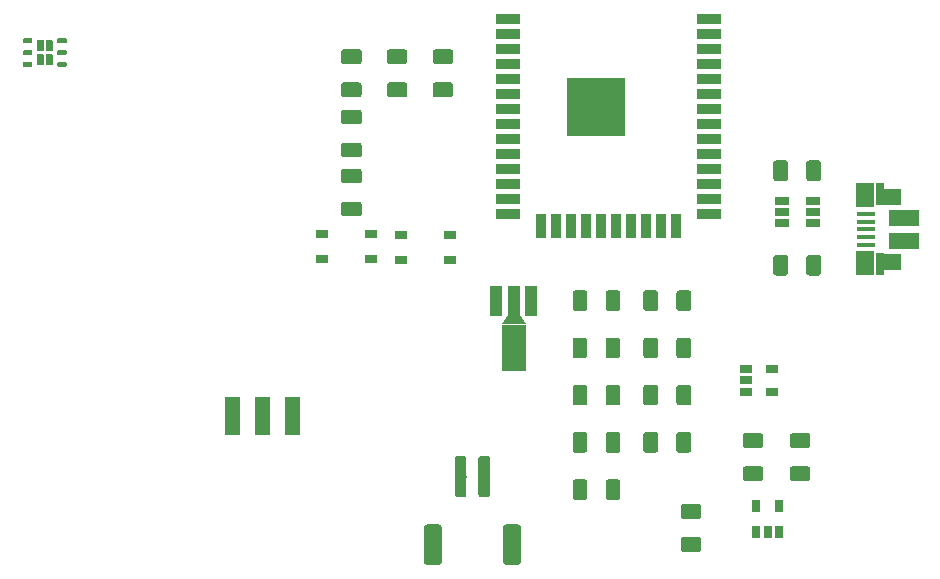
<source format=gbr>
G04 #@! TF.GenerationSoftware,KiCad,Pcbnew,(5.1.0)-1*
G04 #@! TF.CreationDate,2019-04-15T21:45:38-04:00*
G04 #@! TF.ProjectId,eWeatherStation,65576561-7468-4657-9253-746174696f6e,rev?*
G04 #@! TF.SameCoordinates,Original*
G04 #@! TF.FileFunction,Paste,Top*
G04 #@! TF.FilePolarity,Positive*
%FSLAX46Y46*%
G04 Gerber Fmt 4.6, Leading zero omitted, Abs format (unit mm)*
G04 Created by KiCad (PCBNEW (5.1.0)-1) date 2019-04-15 21:45:38*
%MOMM*%
%LPD*%
G04 APERTURE LIST*
%ADD10C,0.100000*%
%ADD11R,1.220000X0.650000*%
%ADD12R,5.000000X5.000000*%
%ADD13R,2.000000X0.900000*%
%ADD14R,0.900000X2.000000*%
%ADD15C,1.250000*%
%ADD16R,0.650000X1.060000*%
%ADD17R,1.270000X3.180000*%
%ADD18R,1.000000X2.500000*%
%ADD19R,2.000000X4.000000*%
%ADD20C,0.750000*%
%ADD21R,1.060000X0.650000*%
%ADD22R,2.000000X1.350000*%
%ADD23R,0.700000X1.825000*%
%ADD24R,1.500000X2.000000*%
%ADD25R,1.650000X0.400000*%
%ADD26R,2.500000X1.430000*%
%ADD27R,1.050000X0.650000*%
%ADD28C,0.600000*%
%ADD29C,0.400000*%
%ADD30C,1.000000*%
%ADD31C,1.500000*%
G04 APERTURE END LIST*
D10*
G36*
X129805000Y-95840000D02*
G01*
X128535000Y-95840000D01*
X128535000Y-92660000D01*
X129805000Y-92660000D01*
X129805000Y-95840000D01*
G37*
G36*
X132345000Y-95840000D02*
G01*
X131075000Y-95840000D01*
X131075000Y-92660000D01*
X132345000Y-92660000D01*
X132345000Y-95840000D01*
G37*
G36*
X134885000Y-95840000D02*
G01*
X133615000Y-95840000D01*
X133615000Y-92660000D01*
X134885000Y-92660000D01*
X134885000Y-95840000D01*
G37*
D11*
X175690000Y-77950000D03*
X175690000Y-77000000D03*
X175690000Y-76050000D03*
X178310000Y-76050000D03*
X178310000Y-77000000D03*
X178310000Y-77950000D03*
D12*
X160000000Y-68145000D03*
D13*
X152500000Y-60645000D03*
X152500000Y-61915000D03*
X152500000Y-63185000D03*
X152500000Y-64455000D03*
X152500000Y-65725000D03*
X152500000Y-66995000D03*
X152500000Y-68265000D03*
X152500000Y-69535000D03*
X152500000Y-70805000D03*
X152500000Y-72075000D03*
X152500000Y-73345000D03*
X152500000Y-74615000D03*
X152500000Y-75885000D03*
X152500000Y-77155000D03*
D14*
X155285000Y-78155000D03*
X156555000Y-78155000D03*
X157825000Y-78155000D03*
X159095000Y-78155000D03*
X160365000Y-78155000D03*
X161635000Y-78155000D03*
X162905000Y-78155000D03*
X164175000Y-78155000D03*
X165445000Y-78155000D03*
X166715000Y-78155000D03*
D13*
X169500000Y-77155000D03*
X169500000Y-75885000D03*
X169500000Y-74615000D03*
X169500000Y-73345000D03*
X169500000Y-72075000D03*
X169500000Y-70805000D03*
X169500000Y-69535000D03*
X169500000Y-68265000D03*
X169500000Y-66995000D03*
X169500000Y-65725000D03*
X169500000Y-64455000D03*
X169500000Y-63185000D03*
X169500000Y-61915000D03*
X169500000Y-60645000D03*
D10*
G36*
X175999504Y-80626204D02*
G01*
X176023773Y-80629804D01*
X176047571Y-80635765D01*
X176070671Y-80644030D01*
X176092849Y-80654520D01*
X176113893Y-80667133D01*
X176133598Y-80681747D01*
X176151777Y-80698223D01*
X176168253Y-80716402D01*
X176182867Y-80736107D01*
X176195480Y-80757151D01*
X176205970Y-80779329D01*
X176214235Y-80802429D01*
X176220196Y-80826227D01*
X176223796Y-80850496D01*
X176225000Y-80875000D01*
X176225000Y-82125000D01*
X176223796Y-82149504D01*
X176220196Y-82173773D01*
X176214235Y-82197571D01*
X176205970Y-82220671D01*
X176195480Y-82242849D01*
X176182867Y-82263893D01*
X176168253Y-82283598D01*
X176151777Y-82301777D01*
X176133598Y-82318253D01*
X176113893Y-82332867D01*
X176092849Y-82345480D01*
X176070671Y-82355970D01*
X176047571Y-82364235D01*
X176023773Y-82370196D01*
X175999504Y-82373796D01*
X175975000Y-82375000D01*
X175225000Y-82375000D01*
X175200496Y-82373796D01*
X175176227Y-82370196D01*
X175152429Y-82364235D01*
X175129329Y-82355970D01*
X175107151Y-82345480D01*
X175086107Y-82332867D01*
X175066402Y-82318253D01*
X175048223Y-82301777D01*
X175031747Y-82283598D01*
X175017133Y-82263893D01*
X175004520Y-82242849D01*
X174994030Y-82220671D01*
X174985765Y-82197571D01*
X174979804Y-82173773D01*
X174976204Y-82149504D01*
X174975000Y-82125000D01*
X174975000Y-80875000D01*
X174976204Y-80850496D01*
X174979804Y-80826227D01*
X174985765Y-80802429D01*
X174994030Y-80779329D01*
X175004520Y-80757151D01*
X175017133Y-80736107D01*
X175031747Y-80716402D01*
X175048223Y-80698223D01*
X175066402Y-80681747D01*
X175086107Y-80667133D01*
X175107151Y-80654520D01*
X175129329Y-80644030D01*
X175152429Y-80635765D01*
X175176227Y-80629804D01*
X175200496Y-80626204D01*
X175225000Y-80625000D01*
X175975000Y-80625000D01*
X175999504Y-80626204D01*
X175999504Y-80626204D01*
G37*
D15*
X175600000Y-81500000D03*
D10*
G36*
X178799504Y-80626204D02*
G01*
X178823773Y-80629804D01*
X178847571Y-80635765D01*
X178870671Y-80644030D01*
X178892849Y-80654520D01*
X178913893Y-80667133D01*
X178933598Y-80681747D01*
X178951777Y-80698223D01*
X178968253Y-80716402D01*
X178982867Y-80736107D01*
X178995480Y-80757151D01*
X179005970Y-80779329D01*
X179014235Y-80802429D01*
X179020196Y-80826227D01*
X179023796Y-80850496D01*
X179025000Y-80875000D01*
X179025000Y-82125000D01*
X179023796Y-82149504D01*
X179020196Y-82173773D01*
X179014235Y-82197571D01*
X179005970Y-82220671D01*
X178995480Y-82242849D01*
X178982867Y-82263893D01*
X178968253Y-82283598D01*
X178951777Y-82301777D01*
X178933598Y-82318253D01*
X178913893Y-82332867D01*
X178892849Y-82345480D01*
X178870671Y-82355970D01*
X178847571Y-82364235D01*
X178823773Y-82370196D01*
X178799504Y-82373796D01*
X178775000Y-82375000D01*
X178025000Y-82375000D01*
X178000496Y-82373796D01*
X177976227Y-82370196D01*
X177952429Y-82364235D01*
X177929329Y-82355970D01*
X177907151Y-82345480D01*
X177886107Y-82332867D01*
X177866402Y-82318253D01*
X177848223Y-82301777D01*
X177831747Y-82283598D01*
X177817133Y-82263893D01*
X177804520Y-82242849D01*
X177794030Y-82220671D01*
X177785765Y-82197571D01*
X177779804Y-82173773D01*
X177776204Y-82149504D01*
X177775000Y-82125000D01*
X177775000Y-80875000D01*
X177776204Y-80850496D01*
X177779804Y-80826227D01*
X177785765Y-80802429D01*
X177794030Y-80779329D01*
X177804520Y-80757151D01*
X177817133Y-80736107D01*
X177831747Y-80716402D01*
X177848223Y-80698223D01*
X177866402Y-80681747D01*
X177886107Y-80667133D01*
X177907151Y-80654520D01*
X177929329Y-80644030D01*
X177952429Y-80635765D01*
X177976227Y-80629804D01*
X178000496Y-80626204D01*
X178025000Y-80625000D01*
X178775000Y-80625000D01*
X178799504Y-80626204D01*
X178799504Y-80626204D01*
G37*
D15*
X178400000Y-81500000D03*
D10*
G36*
X178799504Y-72626204D02*
G01*
X178823773Y-72629804D01*
X178847571Y-72635765D01*
X178870671Y-72644030D01*
X178892849Y-72654520D01*
X178913893Y-72667133D01*
X178933598Y-72681747D01*
X178951777Y-72698223D01*
X178968253Y-72716402D01*
X178982867Y-72736107D01*
X178995480Y-72757151D01*
X179005970Y-72779329D01*
X179014235Y-72802429D01*
X179020196Y-72826227D01*
X179023796Y-72850496D01*
X179025000Y-72875000D01*
X179025000Y-74125000D01*
X179023796Y-74149504D01*
X179020196Y-74173773D01*
X179014235Y-74197571D01*
X179005970Y-74220671D01*
X178995480Y-74242849D01*
X178982867Y-74263893D01*
X178968253Y-74283598D01*
X178951777Y-74301777D01*
X178933598Y-74318253D01*
X178913893Y-74332867D01*
X178892849Y-74345480D01*
X178870671Y-74355970D01*
X178847571Y-74364235D01*
X178823773Y-74370196D01*
X178799504Y-74373796D01*
X178775000Y-74375000D01*
X178025000Y-74375000D01*
X178000496Y-74373796D01*
X177976227Y-74370196D01*
X177952429Y-74364235D01*
X177929329Y-74355970D01*
X177907151Y-74345480D01*
X177886107Y-74332867D01*
X177866402Y-74318253D01*
X177848223Y-74301777D01*
X177831747Y-74283598D01*
X177817133Y-74263893D01*
X177804520Y-74242849D01*
X177794030Y-74220671D01*
X177785765Y-74197571D01*
X177779804Y-74173773D01*
X177776204Y-74149504D01*
X177775000Y-74125000D01*
X177775000Y-72875000D01*
X177776204Y-72850496D01*
X177779804Y-72826227D01*
X177785765Y-72802429D01*
X177794030Y-72779329D01*
X177804520Y-72757151D01*
X177817133Y-72736107D01*
X177831747Y-72716402D01*
X177848223Y-72698223D01*
X177866402Y-72681747D01*
X177886107Y-72667133D01*
X177907151Y-72654520D01*
X177929329Y-72644030D01*
X177952429Y-72635765D01*
X177976227Y-72629804D01*
X178000496Y-72626204D01*
X178025000Y-72625000D01*
X178775000Y-72625000D01*
X178799504Y-72626204D01*
X178799504Y-72626204D01*
G37*
D15*
X178400000Y-73500000D03*
D10*
G36*
X175999504Y-72626204D02*
G01*
X176023773Y-72629804D01*
X176047571Y-72635765D01*
X176070671Y-72644030D01*
X176092849Y-72654520D01*
X176113893Y-72667133D01*
X176133598Y-72681747D01*
X176151777Y-72698223D01*
X176168253Y-72716402D01*
X176182867Y-72736107D01*
X176195480Y-72757151D01*
X176205970Y-72779329D01*
X176214235Y-72802429D01*
X176220196Y-72826227D01*
X176223796Y-72850496D01*
X176225000Y-72875000D01*
X176225000Y-74125000D01*
X176223796Y-74149504D01*
X176220196Y-74173773D01*
X176214235Y-74197571D01*
X176205970Y-74220671D01*
X176195480Y-74242849D01*
X176182867Y-74263893D01*
X176168253Y-74283598D01*
X176151777Y-74301777D01*
X176133598Y-74318253D01*
X176113893Y-74332867D01*
X176092849Y-74345480D01*
X176070671Y-74355970D01*
X176047571Y-74364235D01*
X176023773Y-74370196D01*
X175999504Y-74373796D01*
X175975000Y-74375000D01*
X175225000Y-74375000D01*
X175200496Y-74373796D01*
X175176227Y-74370196D01*
X175152429Y-74364235D01*
X175129329Y-74355970D01*
X175107151Y-74345480D01*
X175086107Y-74332867D01*
X175066402Y-74318253D01*
X175048223Y-74301777D01*
X175031747Y-74283598D01*
X175017133Y-74263893D01*
X175004520Y-74242849D01*
X174994030Y-74220671D01*
X174985765Y-74197571D01*
X174979804Y-74173773D01*
X174976204Y-74149504D01*
X174975000Y-74125000D01*
X174975000Y-72875000D01*
X174976204Y-72850496D01*
X174979804Y-72826227D01*
X174985765Y-72802429D01*
X174994030Y-72779329D01*
X175004520Y-72757151D01*
X175017133Y-72736107D01*
X175031747Y-72716402D01*
X175048223Y-72698223D01*
X175066402Y-72681747D01*
X175086107Y-72667133D01*
X175107151Y-72654520D01*
X175129329Y-72644030D01*
X175152429Y-72635765D01*
X175176227Y-72629804D01*
X175200496Y-72626204D01*
X175225000Y-72625000D01*
X175975000Y-72625000D01*
X175999504Y-72626204D01*
X175999504Y-72626204D01*
G37*
D15*
X175600000Y-73500000D03*
D10*
G36*
X177899504Y-98526204D02*
G01*
X177923773Y-98529804D01*
X177947571Y-98535765D01*
X177970671Y-98544030D01*
X177992849Y-98554520D01*
X178013893Y-98567133D01*
X178033598Y-98581747D01*
X178051777Y-98598223D01*
X178068253Y-98616402D01*
X178082867Y-98636107D01*
X178095480Y-98657151D01*
X178105970Y-98679329D01*
X178114235Y-98702429D01*
X178120196Y-98726227D01*
X178123796Y-98750496D01*
X178125000Y-98775000D01*
X178125000Y-99525000D01*
X178123796Y-99549504D01*
X178120196Y-99573773D01*
X178114235Y-99597571D01*
X178105970Y-99620671D01*
X178095480Y-99642849D01*
X178082867Y-99663893D01*
X178068253Y-99683598D01*
X178051777Y-99701777D01*
X178033598Y-99718253D01*
X178013893Y-99732867D01*
X177992849Y-99745480D01*
X177970671Y-99755970D01*
X177947571Y-99764235D01*
X177923773Y-99770196D01*
X177899504Y-99773796D01*
X177875000Y-99775000D01*
X176625000Y-99775000D01*
X176600496Y-99773796D01*
X176576227Y-99770196D01*
X176552429Y-99764235D01*
X176529329Y-99755970D01*
X176507151Y-99745480D01*
X176486107Y-99732867D01*
X176466402Y-99718253D01*
X176448223Y-99701777D01*
X176431747Y-99683598D01*
X176417133Y-99663893D01*
X176404520Y-99642849D01*
X176394030Y-99620671D01*
X176385765Y-99597571D01*
X176379804Y-99573773D01*
X176376204Y-99549504D01*
X176375000Y-99525000D01*
X176375000Y-98775000D01*
X176376204Y-98750496D01*
X176379804Y-98726227D01*
X176385765Y-98702429D01*
X176394030Y-98679329D01*
X176404520Y-98657151D01*
X176417133Y-98636107D01*
X176431747Y-98616402D01*
X176448223Y-98598223D01*
X176466402Y-98581747D01*
X176486107Y-98567133D01*
X176507151Y-98554520D01*
X176529329Y-98544030D01*
X176552429Y-98535765D01*
X176576227Y-98529804D01*
X176600496Y-98526204D01*
X176625000Y-98525000D01*
X177875000Y-98525000D01*
X177899504Y-98526204D01*
X177899504Y-98526204D01*
G37*
D15*
X177250000Y-99150000D03*
D10*
G36*
X177899504Y-95726204D02*
G01*
X177923773Y-95729804D01*
X177947571Y-95735765D01*
X177970671Y-95744030D01*
X177992849Y-95754520D01*
X178013893Y-95767133D01*
X178033598Y-95781747D01*
X178051777Y-95798223D01*
X178068253Y-95816402D01*
X178082867Y-95836107D01*
X178095480Y-95857151D01*
X178105970Y-95879329D01*
X178114235Y-95902429D01*
X178120196Y-95926227D01*
X178123796Y-95950496D01*
X178125000Y-95975000D01*
X178125000Y-96725000D01*
X178123796Y-96749504D01*
X178120196Y-96773773D01*
X178114235Y-96797571D01*
X178105970Y-96820671D01*
X178095480Y-96842849D01*
X178082867Y-96863893D01*
X178068253Y-96883598D01*
X178051777Y-96901777D01*
X178033598Y-96918253D01*
X178013893Y-96932867D01*
X177992849Y-96945480D01*
X177970671Y-96955970D01*
X177947571Y-96964235D01*
X177923773Y-96970196D01*
X177899504Y-96973796D01*
X177875000Y-96975000D01*
X176625000Y-96975000D01*
X176600496Y-96973796D01*
X176576227Y-96970196D01*
X176552429Y-96964235D01*
X176529329Y-96955970D01*
X176507151Y-96945480D01*
X176486107Y-96932867D01*
X176466402Y-96918253D01*
X176448223Y-96901777D01*
X176431747Y-96883598D01*
X176417133Y-96863893D01*
X176404520Y-96842849D01*
X176394030Y-96820671D01*
X176385765Y-96797571D01*
X176379804Y-96773773D01*
X176376204Y-96749504D01*
X176375000Y-96725000D01*
X176375000Y-95975000D01*
X176376204Y-95950496D01*
X176379804Y-95926227D01*
X176385765Y-95902429D01*
X176394030Y-95879329D01*
X176404520Y-95857151D01*
X176417133Y-95836107D01*
X176431747Y-95816402D01*
X176448223Y-95798223D01*
X176466402Y-95781747D01*
X176486107Y-95767133D01*
X176507151Y-95754520D01*
X176529329Y-95744030D01*
X176552429Y-95735765D01*
X176576227Y-95729804D01*
X176600496Y-95726204D01*
X176625000Y-95725000D01*
X177875000Y-95725000D01*
X177899504Y-95726204D01*
X177899504Y-95726204D01*
G37*
D15*
X177250000Y-96350000D03*
D16*
X173550000Y-101900000D03*
X175450000Y-101900000D03*
X175450000Y-104100000D03*
X174500000Y-104100000D03*
X173550000Y-104100000D03*
D17*
X129170000Y-94250000D03*
X131710000Y-94250000D03*
X134250000Y-94250000D03*
D10*
G36*
X173899504Y-95726204D02*
G01*
X173923773Y-95729804D01*
X173947571Y-95735765D01*
X173970671Y-95744030D01*
X173992849Y-95754520D01*
X174013893Y-95767133D01*
X174033598Y-95781747D01*
X174051777Y-95798223D01*
X174068253Y-95816402D01*
X174082867Y-95836107D01*
X174095480Y-95857151D01*
X174105970Y-95879329D01*
X174114235Y-95902429D01*
X174120196Y-95926227D01*
X174123796Y-95950496D01*
X174125000Y-95975000D01*
X174125000Y-96725000D01*
X174123796Y-96749504D01*
X174120196Y-96773773D01*
X174114235Y-96797571D01*
X174105970Y-96820671D01*
X174095480Y-96842849D01*
X174082867Y-96863893D01*
X174068253Y-96883598D01*
X174051777Y-96901777D01*
X174033598Y-96918253D01*
X174013893Y-96932867D01*
X173992849Y-96945480D01*
X173970671Y-96955970D01*
X173947571Y-96964235D01*
X173923773Y-96970196D01*
X173899504Y-96973796D01*
X173875000Y-96975000D01*
X172625000Y-96975000D01*
X172600496Y-96973796D01*
X172576227Y-96970196D01*
X172552429Y-96964235D01*
X172529329Y-96955970D01*
X172507151Y-96945480D01*
X172486107Y-96932867D01*
X172466402Y-96918253D01*
X172448223Y-96901777D01*
X172431747Y-96883598D01*
X172417133Y-96863893D01*
X172404520Y-96842849D01*
X172394030Y-96820671D01*
X172385765Y-96797571D01*
X172379804Y-96773773D01*
X172376204Y-96749504D01*
X172375000Y-96725000D01*
X172375000Y-95975000D01*
X172376204Y-95950496D01*
X172379804Y-95926227D01*
X172385765Y-95902429D01*
X172394030Y-95879329D01*
X172404520Y-95857151D01*
X172417133Y-95836107D01*
X172431747Y-95816402D01*
X172448223Y-95798223D01*
X172466402Y-95781747D01*
X172486107Y-95767133D01*
X172507151Y-95754520D01*
X172529329Y-95744030D01*
X172552429Y-95735765D01*
X172576227Y-95729804D01*
X172600496Y-95726204D01*
X172625000Y-95725000D01*
X173875000Y-95725000D01*
X173899504Y-95726204D01*
X173899504Y-95726204D01*
G37*
D15*
X173250000Y-96350000D03*
D10*
G36*
X173899504Y-98526204D02*
G01*
X173923773Y-98529804D01*
X173947571Y-98535765D01*
X173970671Y-98544030D01*
X173992849Y-98554520D01*
X174013893Y-98567133D01*
X174033598Y-98581747D01*
X174051777Y-98598223D01*
X174068253Y-98616402D01*
X174082867Y-98636107D01*
X174095480Y-98657151D01*
X174105970Y-98679329D01*
X174114235Y-98702429D01*
X174120196Y-98726227D01*
X174123796Y-98750496D01*
X174125000Y-98775000D01*
X174125000Y-99525000D01*
X174123796Y-99549504D01*
X174120196Y-99573773D01*
X174114235Y-99597571D01*
X174105970Y-99620671D01*
X174095480Y-99642849D01*
X174082867Y-99663893D01*
X174068253Y-99683598D01*
X174051777Y-99701777D01*
X174033598Y-99718253D01*
X174013893Y-99732867D01*
X173992849Y-99745480D01*
X173970671Y-99755970D01*
X173947571Y-99764235D01*
X173923773Y-99770196D01*
X173899504Y-99773796D01*
X173875000Y-99775000D01*
X172625000Y-99775000D01*
X172600496Y-99773796D01*
X172576227Y-99770196D01*
X172552429Y-99764235D01*
X172529329Y-99755970D01*
X172507151Y-99745480D01*
X172486107Y-99732867D01*
X172466402Y-99718253D01*
X172448223Y-99701777D01*
X172431747Y-99683598D01*
X172417133Y-99663893D01*
X172404520Y-99642849D01*
X172394030Y-99620671D01*
X172385765Y-99597571D01*
X172379804Y-99573773D01*
X172376204Y-99549504D01*
X172375000Y-99525000D01*
X172375000Y-98775000D01*
X172376204Y-98750496D01*
X172379804Y-98726227D01*
X172385765Y-98702429D01*
X172394030Y-98679329D01*
X172404520Y-98657151D01*
X172417133Y-98636107D01*
X172431747Y-98616402D01*
X172448223Y-98598223D01*
X172466402Y-98581747D01*
X172486107Y-98567133D01*
X172507151Y-98554520D01*
X172529329Y-98544030D01*
X172552429Y-98535765D01*
X172576227Y-98529804D01*
X172600496Y-98526204D01*
X172625000Y-98525000D01*
X173875000Y-98525000D01*
X173899504Y-98526204D01*
X173899504Y-98526204D01*
G37*
D15*
X173250000Y-99150000D03*
D18*
X154500000Y-84520000D03*
X153000000Y-84520000D03*
X151500000Y-84520000D03*
D19*
X153000000Y-88480000D03*
D20*
X153000000Y-86130000D03*
D10*
G36*
X152000000Y-86505000D02*
G01*
X152500000Y-85755000D01*
X153500000Y-85755000D01*
X154000000Y-86505000D01*
X152000000Y-86505000D01*
X152000000Y-86505000D01*
G37*
G36*
X164999504Y-91626204D02*
G01*
X165023773Y-91629804D01*
X165047571Y-91635765D01*
X165070671Y-91644030D01*
X165092849Y-91654520D01*
X165113893Y-91667133D01*
X165133598Y-91681747D01*
X165151777Y-91698223D01*
X165168253Y-91716402D01*
X165182867Y-91736107D01*
X165195480Y-91757151D01*
X165205970Y-91779329D01*
X165214235Y-91802429D01*
X165220196Y-91826227D01*
X165223796Y-91850496D01*
X165225000Y-91875000D01*
X165225000Y-93125000D01*
X165223796Y-93149504D01*
X165220196Y-93173773D01*
X165214235Y-93197571D01*
X165205970Y-93220671D01*
X165195480Y-93242849D01*
X165182867Y-93263893D01*
X165168253Y-93283598D01*
X165151777Y-93301777D01*
X165133598Y-93318253D01*
X165113893Y-93332867D01*
X165092849Y-93345480D01*
X165070671Y-93355970D01*
X165047571Y-93364235D01*
X165023773Y-93370196D01*
X164999504Y-93373796D01*
X164975000Y-93375000D01*
X164225000Y-93375000D01*
X164200496Y-93373796D01*
X164176227Y-93370196D01*
X164152429Y-93364235D01*
X164129329Y-93355970D01*
X164107151Y-93345480D01*
X164086107Y-93332867D01*
X164066402Y-93318253D01*
X164048223Y-93301777D01*
X164031747Y-93283598D01*
X164017133Y-93263893D01*
X164004520Y-93242849D01*
X163994030Y-93220671D01*
X163985765Y-93197571D01*
X163979804Y-93173773D01*
X163976204Y-93149504D01*
X163975000Y-93125000D01*
X163975000Y-91875000D01*
X163976204Y-91850496D01*
X163979804Y-91826227D01*
X163985765Y-91802429D01*
X163994030Y-91779329D01*
X164004520Y-91757151D01*
X164017133Y-91736107D01*
X164031747Y-91716402D01*
X164048223Y-91698223D01*
X164066402Y-91681747D01*
X164086107Y-91667133D01*
X164107151Y-91654520D01*
X164129329Y-91644030D01*
X164152429Y-91635765D01*
X164176227Y-91629804D01*
X164200496Y-91626204D01*
X164225000Y-91625000D01*
X164975000Y-91625000D01*
X164999504Y-91626204D01*
X164999504Y-91626204D01*
G37*
D15*
X164600000Y-92500000D03*
D10*
G36*
X167799504Y-91626204D02*
G01*
X167823773Y-91629804D01*
X167847571Y-91635765D01*
X167870671Y-91644030D01*
X167892849Y-91654520D01*
X167913893Y-91667133D01*
X167933598Y-91681747D01*
X167951777Y-91698223D01*
X167968253Y-91716402D01*
X167982867Y-91736107D01*
X167995480Y-91757151D01*
X168005970Y-91779329D01*
X168014235Y-91802429D01*
X168020196Y-91826227D01*
X168023796Y-91850496D01*
X168025000Y-91875000D01*
X168025000Y-93125000D01*
X168023796Y-93149504D01*
X168020196Y-93173773D01*
X168014235Y-93197571D01*
X168005970Y-93220671D01*
X167995480Y-93242849D01*
X167982867Y-93263893D01*
X167968253Y-93283598D01*
X167951777Y-93301777D01*
X167933598Y-93318253D01*
X167913893Y-93332867D01*
X167892849Y-93345480D01*
X167870671Y-93355970D01*
X167847571Y-93364235D01*
X167823773Y-93370196D01*
X167799504Y-93373796D01*
X167775000Y-93375000D01*
X167025000Y-93375000D01*
X167000496Y-93373796D01*
X166976227Y-93370196D01*
X166952429Y-93364235D01*
X166929329Y-93355970D01*
X166907151Y-93345480D01*
X166886107Y-93332867D01*
X166866402Y-93318253D01*
X166848223Y-93301777D01*
X166831747Y-93283598D01*
X166817133Y-93263893D01*
X166804520Y-93242849D01*
X166794030Y-93220671D01*
X166785765Y-93197571D01*
X166779804Y-93173773D01*
X166776204Y-93149504D01*
X166775000Y-93125000D01*
X166775000Y-91875000D01*
X166776204Y-91850496D01*
X166779804Y-91826227D01*
X166785765Y-91802429D01*
X166794030Y-91779329D01*
X166804520Y-91757151D01*
X166817133Y-91736107D01*
X166831747Y-91716402D01*
X166848223Y-91698223D01*
X166866402Y-91681747D01*
X166886107Y-91667133D01*
X166907151Y-91654520D01*
X166929329Y-91644030D01*
X166952429Y-91635765D01*
X166976227Y-91629804D01*
X167000496Y-91626204D01*
X167025000Y-91625000D01*
X167775000Y-91625000D01*
X167799504Y-91626204D01*
X167799504Y-91626204D01*
G37*
D15*
X167400000Y-92500000D03*
D10*
G36*
X168649504Y-104526204D02*
G01*
X168673773Y-104529804D01*
X168697571Y-104535765D01*
X168720671Y-104544030D01*
X168742849Y-104554520D01*
X168763893Y-104567133D01*
X168783598Y-104581747D01*
X168801777Y-104598223D01*
X168818253Y-104616402D01*
X168832867Y-104636107D01*
X168845480Y-104657151D01*
X168855970Y-104679329D01*
X168864235Y-104702429D01*
X168870196Y-104726227D01*
X168873796Y-104750496D01*
X168875000Y-104775000D01*
X168875000Y-105525000D01*
X168873796Y-105549504D01*
X168870196Y-105573773D01*
X168864235Y-105597571D01*
X168855970Y-105620671D01*
X168845480Y-105642849D01*
X168832867Y-105663893D01*
X168818253Y-105683598D01*
X168801777Y-105701777D01*
X168783598Y-105718253D01*
X168763893Y-105732867D01*
X168742849Y-105745480D01*
X168720671Y-105755970D01*
X168697571Y-105764235D01*
X168673773Y-105770196D01*
X168649504Y-105773796D01*
X168625000Y-105775000D01*
X167375000Y-105775000D01*
X167350496Y-105773796D01*
X167326227Y-105770196D01*
X167302429Y-105764235D01*
X167279329Y-105755970D01*
X167257151Y-105745480D01*
X167236107Y-105732867D01*
X167216402Y-105718253D01*
X167198223Y-105701777D01*
X167181747Y-105683598D01*
X167167133Y-105663893D01*
X167154520Y-105642849D01*
X167144030Y-105620671D01*
X167135765Y-105597571D01*
X167129804Y-105573773D01*
X167126204Y-105549504D01*
X167125000Y-105525000D01*
X167125000Y-104775000D01*
X167126204Y-104750496D01*
X167129804Y-104726227D01*
X167135765Y-104702429D01*
X167144030Y-104679329D01*
X167154520Y-104657151D01*
X167167133Y-104636107D01*
X167181747Y-104616402D01*
X167198223Y-104598223D01*
X167216402Y-104581747D01*
X167236107Y-104567133D01*
X167257151Y-104554520D01*
X167279329Y-104544030D01*
X167302429Y-104535765D01*
X167326227Y-104529804D01*
X167350496Y-104526204D01*
X167375000Y-104525000D01*
X168625000Y-104525000D01*
X168649504Y-104526204D01*
X168649504Y-104526204D01*
G37*
D15*
X168000000Y-105150000D03*
D10*
G36*
X168649504Y-101726204D02*
G01*
X168673773Y-101729804D01*
X168697571Y-101735765D01*
X168720671Y-101744030D01*
X168742849Y-101754520D01*
X168763893Y-101767133D01*
X168783598Y-101781747D01*
X168801777Y-101798223D01*
X168818253Y-101816402D01*
X168832867Y-101836107D01*
X168845480Y-101857151D01*
X168855970Y-101879329D01*
X168864235Y-101902429D01*
X168870196Y-101926227D01*
X168873796Y-101950496D01*
X168875000Y-101975000D01*
X168875000Y-102725000D01*
X168873796Y-102749504D01*
X168870196Y-102773773D01*
X168864235Y-102797571D01*
X168855970Y-102820671D01*
X168845480Y-102842849D01*
X168832867Y-102863893D01*
X168818253Y-102883598D01*
X168801777Y-102901777D01*
X168783598Y-102918253D01*
X168763893Y-102932867D01*
X168742849Y-102945480D01*
X168720671Y-102955970D01*
X168697571Y-102964235D01*
X168673773Y-102970196D01*
X168649504Y-102973796D01*
X168625000Y-102975000D01*
X167375000Y-102975000D01*
X167350496Y-102973796D01*
X167326227Y-102970196D01*
X167302429Y-102964235D01*
X167279329Y-102955970D01*
X167257151Y-102945480D01*
X167236107Y-102932867D01*
X167216402Y-102918253D01*
X167198223Y-102901777D01*
X167181747Y-102883598D01*
X167167133Y-102863893D01*
X167154520Y-102842849D01*
X167144030Y-102820671D01*
X167135765Y-102797571D01*
X167129804Y-102773773D01*
X167126204Y-102749504D01*
X167125000Y-102725000D01*
X167125000Y-101975000D01*
X167126204Y-101950496D01*
X167129804Y-101926227D01*
X167135765Y-101902429D01*
X167144030Y-101879329D01*
X167154520Y-101857151D01*
X167167133Y-101836107D01*
X167181747Y-101816402D01*
X167198223Y-101798223D01*
X167216402Y-101781747D01*
X167236107Y-101767133D01*
X167257151Y-101754520D01*
X167279329Y-101744030D01*
X167302429Y-101735765D01*
X167326227Y-101729804D01*
X167350496Y-101726204D01*
X167375000Y-101725000D01*
X168625000Y-101725000D01*
X168649504Y-101726204D01*
X168649504Y-101726204D01*
G37*
D15*
X168000000Y-102350000D03*
D10*
G36*
X158999504Y-95626204D02*
G01*
X159023773Y-95629804D01*
X159047571Y-95635765D01*
X159070671Y-95644030D01*
X159092849Y-95654520D01*
X159113893Y-95667133D01*
X159133598Y-95681747D01*
X159151777Y-95698223D01*
X159168253Y-95716402D01*
X159182867Y-95736107D01*
X159195480Y-95757151D01*
X159205970Y-95779329D01*
X159214235Y-95802429D01*
X159220196Y-95826227D01*
X159223796Y-95850496D01*
X159225000Y-95875000D01*
X159225000Y-97125000D01*
X159223796Y-97149504D01*
X159220196Y-97173773D01*
X159214235Y-97197571D01*
X159205970Y-97220671D01*
X159195480Y-97242849D01*
X159182867Y-97263893D01*
X159168253Y-97283598D01*
X159151777Y-97301777D01*
X159133598Y-97318253D01*
X159113893Y-97332867D01*
X159092849Y-97345480D01*
X159070671Y-97355970D01*
X159047571Y-97364235D01*
X159023773Y-97370196D01*
X158999504Y-97373796D01*
X158975000Y-97375000D01*
X158225000Y-97375000D01*
X158200496Y-97373796D01*
X158176227Y-97370196D01*
X158152429Y-97364235D01*
X158129329Y-97355970D01*
X158107151Y-97345480D01*
X158086107Y-97332867D01*
X158066402Y-97318253D01*
X158048223Y-97301777D01*
X158031747Y-97283598D01*
X158017133Y-97263893D01*
X158004520Y-97242849D01*
X157994030Y-97220671D01*
X157985765Y-97197571D01*
X157979804Y-97173773D01*
X157976204Y-97149504D01*
X157975000Y-97125000D01*
X157975000Y-95875000D01*
X157976204Y-95850496D01*
X157979804Y-95826227D01*
X157985765Y-95802429D01*
X157994030Y-95779329D01*
X158004520Y-95757151D01*
X158017133Y-95736107D01*
X158031747Y-95716402D01*
X158048223Y-95698223D01*
X158066402Y-95681747D01*
X158086107Y-95667133D01*
X158107151Y-95654520D01*
X158129329Y-95644030D01*
X158152429Y-95635765D01*
X158176227Y-95629804D01*
X158200496Y-95626204D01*
X158225000Y-95625000D01*
X158975000Y-95625000D01*
X158999504Y-95626204D01*
X158999504Y-95626204D01*
G37*
D15*
X158600000Y-96500000D03*
D10*
G36*
X161799504Y-95626204D02*
G01*
X161823773Y-95629804D01*
X161847571Y-95635765D01*
X161870671Y-95644030D01*
X161892849Y-95654520D01*
X161913893Y-95667133D01*
X161933598Y-95681747D01*
X161951777Y-95698223D01*
X161968253Y-95716402D01*
X161982867Y-95736107D01*
X161995480Y-95757151D01*
X162005970Y-95779329D01*
X162014235Y-95802429D01*
X162020196Y-95826227D01*
X162023796Y-95850496D01*
X162025000Y-95875000D01*
X162025000Y-97125000D01*
X162023796Y-97149504D01*
X162020196Y-97173773D01*
X162014235Y-97197571D01*
X162005970Y-97220671D01*
X161995480Y-97242849D01*
X161982867Y-97263893D01*
X161968253Y-97283598D01*
X161951777Y-97301777D01*
X161933598Y-97318253D01*
X161913893Y-97332867D01*
X161892849Y-97345480D01*
X161870671Y-97355970D01*
X161847571Y-97364235D01*
X161823773Y-97370196D01*
X161799504Y-97373796D01*
X161775000Y-97375000D01*
X161025000Y-97375000D01*
X161000496Y-97373796D01*
X160976227Y-97370196D01*
X160952429Y-97364235D01*
X160929329Y-97355970D01*
X160907151Y-97345480D01*
X160886107Y-97332867D01*
X160866402Y-97318253D01*
X160848223Y-97301777D01*
X160831747Y-97283598D01*
X160817133Y-97263893D01*
X160804520Y-97242849D01*
X160794030Y-97220671D01*
X160785765Y-97197571D01*
X160779804Y-97173773D01*
X160776204Y-97149504D01*
X160775000Y-97125000D01*
X160775000Y-95875000D01*
X160776204Y-95850496D01*
X160779804Y-95826227D01*
X160785765Y-95802429D01*
X160794030Y-95779329D01*
X160804520Y-95757151D01*
X160817133Y-95736107D01*
X160831747Y-95716402D01*
X160848223Y-95698223D01*
X160866402Y-95681747D01*
X160886107Y-95667133D01*
X160907151Y-95654520D01*
X160929329Y-95644030D01*
X160952429Y-95635765D01*
X160976227Y-95629804D01*
X161000496Y-95626204D01*
X161025000Y-95625000D01*
X161775000Y-95625000D01*
X161799504Y-95626204D01*
X161799504Y-95626204D01*
G37*
D15*
X161400000Y-96500000D03*
D10*
G36*
X147649504Y-66026204D02*
G01*
X147673773Y-66029804D01*
X147697571Y-66035765D01*
X147720671Y-66044030D01*
X147742849Y-66054520D01*
X147763893Y-66067133D01*
X147783598Y-66081747D01*
X147801777Y-66098223D01*
X147818253Y-66116402D01*
X147832867Y-66136107D01*
X147845480Y-66157151D01*
X147855970Y-66179329D01*
X147864235Y-66202429D01*
X147870196Y-66226227D01*
X147873796Y-66250496D01*
X147875000Y-66275000D01*
X147875000Y-67025000D01*
X147873796Y-67049504D01*
X147870196Y-67073773D01*
X147864235Y-67097571D01*
X147855970Y-67120671D01*
X147845480Y-67142849D01*
X147832867Y-67163893D01*
X147818253Y-67183598D01*
X147801777Y-67201777D01*
X147783598Y-67218253D01*
X147763893Y-67232867D01*
X147742849Y-67245480D01*
X147720671Y-67255970D01*
X147697571Y-67264235D01*
X147673773Y-67270196D01*
X147649504Y-67273796D01*
X147625000Y-67275000D01*
X146375000Y-67275000D01*
X146350496Y-67273796D01*
X146326227Y-67270196D01*
X146302429Y-67264235D01*
X146279329Y-67255970D01*
X146257151Y-67245480D01*
X146236107Y-67232867D01*
X146216402Y-67218253D01*
X146198223Y-67201777D01*
X146181747Y-67183598D01*
X146167133Y-67163893D01*
X146154520Y-67142849D01*
X146144030Y-67120671D01*
X146135765Y-67097571D01*
X146129804Y-67073773D01*
X146126204Y-67049504D01*
X146125000Y-67025000D01*
X146125000Y-66275000D01*
X146126204Y-66250496D01*
X146129804Y-66226227D01*
X146135765Y-66202429D01*
X146144030Y-66179329D01*
X146154520Y-66157151D01*
X146167133Y-66136107D01*
X146181747Y-66116402D01*
X146198223Y-66098223D01*
X146216402Y-66081747D01*
X146236107Y-66067133D01*
X146257151Y-66054520D01*
X146279329Y-66044030D01*
X146302429Y-66035765D01*
X146326227Y-66029804D01*
X146350496Y-66026204D01*
X146375000Y-66025000D01*
X147625000Y-66025000D01*
X147649504Y-66026204D01*
X147649504Y-66026204D01*
G37*
D15*
X147000000Y-66650000D03*
D10*
G36*
X147649504Y-63226204D02*
G01*
X147673773Y-63229804D01*
X147697571Y-63235765D01*
X147720671Y-63244030D01*
X147742849Y-63254520D01*
X147763893Y-63267133D01*
X147783598Y-63281747D01*
X147801777Y-63298223D01*
X147818253Y-63316402D01*
X147832867Y-63336107D01*
X147845480Y-63357151D01*
X147855970Y-63379329D01*
X147864235Y-63402429D01*
X147870196Y-63426227D01*
X147873796Y-63450496D01*
X147875000Y-63475000D01*
X147875000Y-64225000D01*
X147873796Y-64249504D01*
X147870196Y-64273773D01*
X147864235Y-64297571D01*
X147855970Y-64320671D01*
X147845480Y-64342849D01*
X147832867Y-64363893D01*
X147818253Y-64383598D01*
X147801777Y-64401777D01*
X147783598Y-64418253D01*
X147763893Y-64432867D01*
X147742849Y-64445480D01*
X147720671Y-64455970D01*
X147697571Y-64464235D01*
X147673773Y-64470196D01*
X147649504Y-64473796D01*
X147625000Y-64475000D01*
X146375000Y-64475000D01*
X146350496Y-64473796D01*
X146326227Y-64470196D01*
X146302429Y-64464235D01*
X146279329Y-64455970D01*
X146257151Y-64445480D01*
X146236107Y-64432867D01*
X146216402Y-64418253D01*
X146198223Y-64401777D01*
X146181747Y-64383598D01*
X146167133Y-64363893D01*
X146154520Y-64342849D01*
X146144030Y-64320671D01*
X146135765Y-64297571D01*
X146129804Y-64273773D01*
X146126204Y-64249504D01*
X146125000Y-64225000D01*
X146125000Y-63475000D01*
X146126204Y-63450496D01*
X146129804Y-63426227D01*
X146135765Y-63402429D01*
X146144030Y-63379329D01*
X146154520Y-63357151D01*
X146167133Y-63336107D01*
X146181747Y-63316402D01*
X146198223Y-63298223D01*
X146216402Y-63281747D01*
X146236107Y-63267133D01*
X146257151Y-63254520D01*
X146279329Y-63244030D01*
X146302429Y-63235765D01*
X146326227Y-63229804D01*
X146350496Y-63226204D01*
X146375000Y-63225000D01*
X147625000Y-63225000D01*
X147649504Y-63226204D01*
X147649504Y-63226204D01*
G37*
D15*
X147000000Y-63850000D03*
D10*
G36*
X164999504Y-95626204D02*
G01*
X165023773Y-95629804D01*
X165047571Y-95635765D01*
X165070671Y-95644030D01*
X165092849Y-95654520D01*
X165113893Y-95667133D01*
X165133598Y-95681747D01*
X165151777Y-95698223D01*
X165168253Y-95716402D01*
X165182867Y-95736107D01*
X165195480Y-95757151D01*
X165205970Y-95779329D01*
X165214235Y-95802429D01*
X165220196Y-95826227D01*
X165223796Y-95850496D01*
X165225000Y-95875000D01*
X165225000Y-97125000D01*
X165223796Y-97149504D01*
X165220196Y-97173773D01*
X165214235Y-97197571D01*
X165205970Y-97220671D01*
X165195480Y-97242849D01*
X165182867Y-97263893D01*
X165168253Y-97283598D01*
X165151777Y-97301777D01*
X165133598Y-97318253D01*
X165113893Y-97332867D01*
X165092849Y-97345480D01*
X165070671Y-97355970D01*
X165047571Y-97364235D01*
X165023773Y-97370196D01*
X164999504Y-97373796D01*
X164975000Y-97375000D01*
X164225000Y-97375000D01*
X164200496Y-97373796D01*
X164176227Y-97370196D01*
X164152429Y-97364235D01*
X164129329Y-97355970D01*
X164107151Y-97345480D01*
X164086107Y-97332867D01*
X164066402Y-97318253D01*
X164048223Y-97301777D01*
X164031747Y-97283598D01*
X164017133Y-97263893D01*
X164004520Y-97242849D01*
X163994030Y-97220671D01*
X163985765Y-97197571D01*
X163979804Y-97173773D01*
X163976204Y-97149504D01*
X163975000Y-97125000D01*
X163975000Y-95875000D01*
X163976204Y-95850496D01*
X163979804Y-95826227D01*
X163985765Y-95802429D01*
X163994030Y-95779329D01*
X164004520Y-95757151D01*
X164017133Y-95736107D01*
X164031747Y-95716402D01*
X164048223Y-95698223D01*
X164066402Y-95681747D01*
X164086107Y-95667133D01*
X164107151Y-95654520D01*
X164129329Y-95644030D01*
X164152429Y-95635765D01*
X164176227Y-95629804D01*
X164200496Y-95626204D01*
X164225000Y-95625000D01*
X164975000Y-95625000D01*
X164999504Y-95626204D01*
X164999504Y-95626204D01*
G37*
D15*
X164600000Y-96500000D03*
D10*
G36*
X167799504Y-95626204D02*
G01*
X167823773Y-95629804D01*
X167847571Y-95635765D01*
X167870671Y-95644030D01*
X167892849Y-95654520D01*
X167913893Y-95667133D01*
X167933598Y-95681747D01*
X167951777Y-95698223D01*
X167968253Y-95716402D01*
X167982867Y-95736107D01*
X167995480Y-95757151D01*
X168005970Y-95779329D01*
X168014235Y-95802429D01*
X168020196Y-95826227D01*
X168023796Y-95850496D01*
X168025000Y-95875000D01*
X168025000Y-97125000D01*
X168023796Y-97149504D01*
X168020196Y-97173773D01*
X168014235Y-97197571D01*
X168005970Y-97220671D01*
X167995480Y-97242849D01*
X167982867Y-97263893D01*
X167968253Y-97283598D01*
X167951777Y-97301777D01*
X167933598Y-97318253D01*
X167913893Y-97332867D01*
X167892849Y-97345480D01*
X167870671Y-97355970D01*
X167847571Y-97364235D01*
X167823773Y-97370196D01*
X167799504Y-97373796D01*
X167775000Y-97375000D01*
X167025000Y-97375000D01*
X167000496Y-97373796D01*
X166976227Y-97370196D01*
X166952429Y-97364235D01*
X166929329Y-97355970D01*
X166907151Y-97345480D01*
X166886107Y-97332867D01*
X166866402Y-97318253D01*
X166848223Y-97301777D01*
X166831747Y-97283598D01*
X166817133Y-97263893D01*
X166804520Y-97242849D01*
X166794030Y-97220671D01*
X166785765Y-97197571D01*
X166779804Y-97173773D01*
X166776204Y-97149504D01*
X166775000Y-97125000D01*
X166775000Y-95875000D01*
X166776204Y-95850496D01*
X166779804Y-95826227D01*
X166785765Y-95802429D01*
X166794030Y-95779329D01*
X166804520Y-95757151D01*
X166817133Y-95736107D01*
X166831747Y-95716402D01*
X166848223Y-95698223D01*
X166866402Y-95681747D01*
X166886107Y-95667133D01*
X166907151Y-95654520D01*
X166929329Y-95644030D01*
X166952429Y-95635765D01*
X166976227Y-95629804D01*
X167000496Y-95626204D01*
X167025000Y-95625000D01*
X167775000Y-95625000D01*
X167799504Y-95626204D01*
X167799504Y-95626204D01*
G37*
D15*
X167400000Y-96500000D03*
D10*
G36*
X161799504Y-99626204D02*
G01*
X161823773Y-99629804D01*
X161847571Y-99635765D01*
X161870671Y-99644030D01*
X161892849Y-99654520D01*
X161913893Y-99667133D01*
X161933598Y-99681747D01*
X161951777Y-99698223D01*
X161968253Y-99716402D01*
X161982867Y-99736107D01*
X161995480Y-99757151D01*
X162005970Y-99779329D01*
X162014235Y-99802429D01*
X162020196Y-99826227D01*
X162023796Y-99850496D01*
X162025000Y-99875000D01*
X162025000Y-101125000D01*
X162023796Y-101149504D01*
X162020196Y-101173773D01*
X162014235Y-101197571D01*
X162005970Y-101220671D01*
X161995480Y-101242849D01*
X161982867Y-101263893D01*
X161968253Y-101283598D01*
X161951777Y-101301777D01*
X161933598Y-101318253D01*
X161913893Y-101332867D01*
X161892849Y-101345480D01*
X161870671Y-101355970D01*
X161847571Y-101364235D01*
X161823773Y-101370196D01*
X161799504Y-101373796D01*
X161775000Y-101375000D01*
X161025000Y-101375000D01*
X161000496Y-101373796D01*
X160976227Y-101370196D01*
X160952429Y-101364235D01*
X160929329Y-101355970D01*
X160907151Y-101345480D01*
X160886107Y-101332867D01*
X160866402Y-101318253D01*
X160848223Y-101301777D01*
X160831747Y-101283598D01*
X160817133Y-101263893D01*
X160804520Y-101242849D01*
X160794030Y-101220671D01*
X160785765Y-101197571D01*
X160779804Y-101173773D01*
X160776204Y-101149504D01*
X160775000Y-101125000D01*
X160775000Y-99875000D01*
X160776204Y-99850496D01*
X160779804Y-99826227D01*
X160785765Y-99802429D01*
X160794030Y-99779329D01*
X160804520Y-99757151D01*
X160817133Y-99736107D01*
X160831747Y-99716402D01*
X160848223Y-99698223D01*
X160866402Y-99681747D01*
X160886107Y-99667133D01*
X160907151Y-99654520D01*
X160929329Y-99644030D01*
X160952429Y-99635765D01*
X160976227Y-99629804D01*
X161000496Y-99626204D01*
X161025000Y-99625000D01*
X161775000Y-99625000D01*
X161799504Y-99626204D01*
X161799504Y-99626204D01*
G37*
D15*
X161400000Y-100500000D03*
D10*
G36*
X158999504Y-99626204D02*
G01*
X159023773Y-99629804D01*
X159047571Y-99635765D01*
X159070671Y-99644030D01*
X159092849Y-99654520D01*
X159113893Y-99667133D01*
X159133598Y-99681747D01*
X159151777Y-99698223D01*
X159168253Y-99716402D01*
X159182867Y-99736107D01*
X159195480Y-99757151D01*
X159205970Y-99779329D01*
X159214235Y-99802429D01*
X159220196Y-99826227D01*
X159223796Y-99850496D01*
X159225000Y-99875000D01*
X159225000Y-101125000D01*
X159223796Y-101149504D01*
X159220196Y-101173773D01*
X159214235Y-101197571D01*
X159205970Y-101220671D01*
X159195480Y-101242849D01*
X159182867Y-101263893D01*
X159168253Y-101283598D01*
X159151777Y-101301777D01*
X159133598Y-101318253D01*
X159113893Y-101332867D01*
X159092849Y-101345480D01*
X159070671Y-101355970D01*
X159047571Y-101364235D01*
X159023773Y-101370196D01*
X158999504Y-101373796D01*
X158975000Y-101375000D01*
X158225000Y-101375000D01*
X158200496Y-101373796D01*
X158176227Y-101370196D01*
X158152429Y-101364235D01*
X158129329Y-101355970D01*
X158107151Y-101345480D01*
X158086107Y-101332867D01*
X158066402Y-101318253D01*
X158048223Y-101301777D01*
X158031747Y-101283598D01*
X158017133Y-101263893D01*
X158004520Y-101242849D01*
X157994030Y-101220671D01*
X157985765Y-101197571D01*
X157979804Y-101173773D01*
X157976204Y-101149504D01*
X157975000Y-101125000D01*
X157975000Y-99875000D01*
X157976204Y-99850496D01*
X157979804Y-99826227D01*
X157985765Y-99802429D01*
X157994030Y-99779329D01*
X158004520Y-99757151D01*
X158017133Y-99736107D01*
X158031747Y-99716402D01*
X158048223Y-99698223D01*
X158066402Y-99681747D01*
X158086107Y-99667133D01*
X158107151Y-99654520D01*
X158129329Y-99644030D01*
X158152429Y-99635765D01*
X158176227Y-99629804D01*
X158200496Y-99626204D01*
X158225000Y-99625000D01*
X158975000Y-99625000D01*
X158999504Y-99626204D01*
X158999504Y-99626204D01*
G37*
D15*
X158600000Y-100500000D03*
D10*
G36*
X161799504Y-83626204D02*
G01*
X161823773Y-83629804D01*
X161847571Y-83635765D01*
X161870671Y-83644030D01*
X161892849Y-83654520D01*
X161913893Y-83667133D01*
X161933598Y-83681747D01*
X161951777Y-83698223D01*
X161968253Y-83716402D01*
X161982867Y-83736107D01*
X161995480Y-83757151D01*
X162005970Y-83779329D01*
X162014235Y-83802429D01*
X162020196Y-83826227D01*
X162023796Y-83850496D01*
X162025000Y-83875000D01*
X162025000Y-85125000D01*
X162023796Y-85149504D01*
X162020196Y-85173773D01*
X162014235Y-85197571D01*
X162005970Y-85220671D01*
X161995480Y-85242849D01*
X161982867Y-85263893D01*
X161968253Y-85283598D01*
X161951777Y-85301777D01*
X161933598Y-85318253D01*
X161913893Y-85332867D01*
X161892849Y-85345480D01*
X161870671Y-85355970D01*
X161847571Y-85364235D01*
X161823773Y-85370196D01*
X161799504Y-85373796D01*
X161775000Y-85375000D01*
X161025000Y-85375000D01*
X161000496Y-85373796D01*
X160976227Y-85370196D01*
X160952429Y-85364235D01*
X160929329Y-85355970D01*
X160907151Y-85345480D01*
X160886107Y-85332867D01*
X160866402Y-85318253D01*
X160848223Y-85301777D01*
X160831747Y-85283598D01*
X160817133Y-85263893D01*
X160804520Y-85242849D01*
X160794030Y-85220671D01*
X160785765Y-85197571D01*
X160779804Y-85173773D01*
X160776204Y-85149504D01*
X160775000Y-85125000D01*
X160775000Y-83875000D01*
X160776204Y-83850496D01*
X160779804Y-83826227D01*
X160785765Y-83802429D01*
X160794030Y-83779329D01*
X160804520Y-83757151D01*
X160817133Y-83736107D01*
X160831747Y-83716402D01*
X160848223Y-83698223D01*
X160866402Y-83681747D01*
X160886107Y-83667133D01*
X160907151Y-83654520D01*
X160929329Y-83644030D01*
X160952429Y-83635765D01*
X160976227Y-83629804D01*
X161000496Y-83626204D01*
X161025000Y-83625000D01*
X161775000Y-83625000D01*
X161799504Y-83626204D01*
X161799504Y-83626204D01*
G37*
D15*
X161400000Y-84500000D03*
D10*
G36*
X158999504Y-83626204D02*
G01*
X159023773Y-83629804D01*
X159047571Y-83635765D01*
X159070671Y-83644030D01*
X159092849Y-83654520D01*
X159113893Y-83667133D01*
X159133598Y-83681747D01*
X159151777Y-83698223D01*
X159168253Y-83716402D01*
X159182867Y-83736107D01*
X159195480Y-83757151D01*
X159205970Y-83779329D01*
X159214235Y-83802429D01*
X159220196Y-83826227D01*
X159223796Y-83850496D01*
X159225000Y-83875000D01*
X159225000Y-85125000D01*
X159223796Y-85149504D01*
X159220196Y-85173773D01*
X159214235Y-85197571D01*
X159205970Y-85220671D01*
X159195480Y-85242849D01*
X159182867Y-85263893D01*
X159168253Y-85283598D01*
X159151777Y-85301777D01*
X159133598Y-85318253D01*
X159113893Y-85332867D01*
X159092849Y-85345480D01*
X159070671Y-85355970D01*
X159047571Y-85364235D01*
X159023773Y-85370196D01*
X158999504Y-85373796D01*
X158975000Y-85375000D01*
X158225000Y-85375000D01*
X158200496Y-85373796D01*
X158176227Y-85370196D01*
X158152429Y-85364235D01*
X158129329Y-85355970D01*
X158107151Y-85345480D01*
X158086107Y-85332867D01*
X158066402Y-85318253D01*
X158048223Y-85301777D01*
X158031747Y-85283598D01*
X158017133Y-85263893D01*
X158004520Y-85242849D01*
X157994030Y-85220671D01*
X157985765Y-85197571D01*
X157979804Y-85173773D01*
X157976204Y-85149504D01*
X157975000Y-85125000D01*
X157975000Y-83875000D01*
X157976204Y-83850496D01*
X157979804Y-83826227D01*
X157985765Y-83802429D01*
X157994030Y-83779329D01*
X158004520Y-83757151D01*
X158017133Y-83736107D01*
X158031747Y-83716402D01*
X158048223Y-83698223D01*
X158066402Y-83681747D01*
X158086107Y-83667133D01*
X158107151Y-83654520D01*
X158129329Y-83644030D01*
X158152429Y-83635765D01*
X158176227Y-83629804D01*
X158200496Y-83626204D01*
X158225000Y-83625000D01*
X158975000Y-83625000D01*
X158999504Y-83626204D01*
X158999504Y-83626204D01*
G37*
D15*
X158600000Y-84500000D03*
D10*
G36*
X161799504Y-87626204D02*
G01*
X161823773Y-87629804D01*
X161847571Y-87635765D01*
X161870671Y-87644030D01*
X161892849Y-87654520D01*
X161913893Y-87667133D01*
X161933598Y-87681747D01*
X161951777Y-87698223D01*
X161968253Y-87716402D01*
X161982867Y-87736107D01*
X161995480Y-87757151D01*
X162005970Y-87779329D01*
X162014235Y-87802429D01*
X162020196Y-87826227D01*
X162023796Y-87850496D01*
X162025000Y-87875000D01*
X162025000Y-89125000D01*
X162023796Y-89149504D01*
X162020196Y-89173773D01*
X162014235Y-89197571D01*
X162005970Y-89220671D01*
X161995480Y-89242849D01*
X161982867Y-89263893D01*
X161968253Y-89283598D01*
X161951777Y-89301777D01*
X161933598Y-89318253D01*
X161913893Y-89332867D01*
X161892849Y-89345480D01*
X161870671Y-89355970D01*
X161847571Y-89364235D01*
X161823773Y-89370196D01*
X161799504Y-89373796D01*
X161775000Y-89375000D01*
X161025000Y-89375000D01*
X161000496Y-89373796D01*
X160976227Y-89370196D01*
X160952429Y-89364235D01*
X160929329Y-89355970D01*
X160907151Y-89345480D01*
X160886107Y-89332867D01*
X160866402Y-89318253D01*
X160848223Y-89301777D01*
X160831747Y-89283598D01*
X160817133Y-89263893D01*
X160804520Y-89242849D01*
X160794030Y-89220671D01*
X160785765Y-89197571D01*
X160779804Y-89173773D01*
X160776204Y-89149504D01*
X160775000Y-89125000D01*
X160775000Y-87875000D01*
X160776204Y-87850496D01*
X160779804Y-87826227D01*
X160785765Y-87802429D01*
X160794030Y-87779329D01*
X160804520Y-87757151D01*
X160817133Y-87736107D01*
X160831747Y-87716402D01*
X160848223Y-87698223D01*
X160866402Y-87681747D01*
X160886107Y-87667133D01*
X160907151Y-87654520D01*
X160929329Y-87644030D01*
X160952429Y-87635765D01*
X160976227Y-87629804D01*
X161000496Y-87626204D01*
X161025000Y-87625000D01*
X161775000Y-87625000D01*
X161799504Y-87626204D01*
X161799504Y-87626204D01*
G37*
D15*
X161400000Y-88500000D03*
D10*
G36*
X158999504Y-87626204D02*
G01*
X159023773Y-87629804D01*
X159047571Y-87635765D01*
X159070671Y-87644030D01*
X159092849Y-87654520D01*
X159113893Y-87667133D01*
X159133598Y-87681747D01*
X159151777Y-87698223D01*
X159168253Y-87716402D01*
X159182867Y-87736107D01*
X159195480Y-87757151D01*
X159205970Y-87779329D01*
X159214235Y-87802429D01*
X159220196Y-87826227D01*
X159223796Y-87850496D01*
X159225000Y-87875000D01*
X159225000Y-89125000D01*
X159223796Y-89149504D01*
X159220196Y-89173773D01*
X159214235Y-89197571D01*
X159205970Y-89220671D01*
X159195480Y-89242849D01*
X159182867Y-89263893D01*
X159168253Y-89283598D01*
X159151777Y-89301777D01*
X159133598Y-89318253D01*
X159113893Y-89332867D01*
X159092849Y-89345480D01*
X159070671Y-89355970D01*
X159047571Y-89364235D01*
X159023773Y-89370196D01*
X158999504Y-89373796D01*
X158975000Y-89375000D01*
X158225000Y-89375000D01*
X158200496Y-89373796D01*
X158176227Y-89370196D01*
X158152429Y-89364235D01*
X158129329Y-89355970D01*
X158107151Y-89345480D01*
X158086107Y-89332867D01*
X158066402Y-89318253D01*
X158048223Y-89301777D01*
X158031747Y-89283598D01*
X158017133Y-89263893D01*
X158004520Y-89242849D01*
X157994030Y-89220671D01*
X157985765Y-89197571D01*
X157979804Y-89173773D01*
X157976204Y-89149504D01*
X157975000Y-89125000D01*
X157975000Y-87875000D01*
X157976204Y-87850496D01*
X157979804Y-87826227D01*
X157985765Y-87802429D01*
X157994030Y-87779329D01*
X158004520Y-87757151D01*
X158017133Y-87736107D01*
X158031747Y-87716402D01*
X158048223Y-87698223D01*
X158066402Y-87681747D01*
X158086107Y-87667133D01*
X158107151Y-87654520D01*
X158129329Y-87644030D01*
X158152429Y-87635765D01*
X158176227Y-87629804D01*
X158200496Y-87626204D01*
X158225000Y-87625000D01*
X158975000Y-87625000D01*
X158999504Y-87626204D01*
X158999504Y-87626204D01*
G37*
D15*
X158600000Y-88500000D03*
D10*
G36*
X161799504Y-91626204D02*
G01*
X161823773Y-91629804D01*
X161847571Y-91635765D01*
X161870671Y-91644030D01*
X161892849Y-91654520D01*
X161913893Y-91667133D01*
X161933598Y-91681747D01*
X161951777Y-91698223D01*
X161968253Y-91716402D01*
X161982867Y-91736107D01*
X161995480Y-91757151D01*
X162005970Y-91779329D01*
X162014235Y-91802429D01*
X162020196Y-91826227D01*
X162023796Y-91850496D01*
X162025000Y-91875000D01*
X162025000Y-93125000D01*
X162023796Y-93149504D01*
X162020196Y-93173773D01*
X162014235Y-93197571D01*
X162005970Y-93220671D01*
X161995480Y-93242849D01*
X161982867Y-93263893D01*
X161968253Y-93283598D01*
X161951777Y-93301777D01*
X161933598Y-93318253D01*
X161913893Y-93332867D01*
X161892849Y-93345480D01*
X161870671Y-93355970D01*
X161847571Y-93364235D01*
X161823773Y-93370196D01*
X161799504Y-93373796D01*
X161775000Y-93375000D01*
X161025000Y-93375000D01*
X161000496Y-93373796D01*
X160976227Y-93370196D01*
X160952429Y-93364235D01*
X160929329Y-93355970D01*
X160907151Y-93345480D01*
X160886107Y-93332867D01*
X160866402Y-93318253D01*
X160848223Y-93301777D01*
X160831747Y-93283598D01*
X160817133Y-93263893D01*
X160804520Y-93242849D01*
X160794030Y-93220671D01*
X160785765Y-93197571D01*
X160779804Y-93173773D01*
X160776204Y-93149504D01*
X160775000Y-93125000D01*
X160775000Y-91875000D01*
X160776204Y-91850496D01*
X160779804Y-91826227D01*
X160785765Y-91802429D01*
X160794030Y-91779329D01*
X160804520Y-91757151D01*
X160817133Y-91736107D01*
X160831747Y-91716402D01*
X160848223Y-91698223D01*
X160866402Y-91681747D01*
X160886107Y-91667133D01*
X160907151Y-91654520D01*
X160929329Y-91644030D01*
X160952429Y-91635765D01*
X160976227Y-91629804D01*
X161000496Y-91626204D01*
X161025000Y-91625000D01*
X161775000Y-91625000D01*
X161799504Y-91626204D01*
X161799504Y-91626204D01*
G37*
D15*
X161400000Y-92500000D03*
D10*
G36*
X158999504Y-91626204D02*
G01*
X159023773Y-91629804D01*
X159047571Y-91635765D01*
X159070671Y-91644030D01*
X159092849Y-91654520D01*
X159113893Y-91667133D01*
X159133598Y-91681747D01*
X159151777Y-91698223D01*
X159168253Y-91716402D01*
X159182867Y-91736107D01*
X159195480Y-91757151D01*
X159205970Y-91779329D01*
X159214235Y-91802429D01*
X159220196Y-91826227D01*
X159223796Y-91850496D01*
X159225000Y-91875000D01*
X159225000Y-93125000D01*
X159223796Y-93149504D01*
X159220196Y-93173773D01*
X159214235Y-93197571D01*
X159205970Y-93220671D01*
X159195480Y-93242849D01*
X159182867Y-93263893D01*
X159168253Y-93283598D01*
X159151777Y-93301777D01*
X159133598Y-93318253D01*
X159113893Y-93332867D01*
X159092849Y-93345480D01*
X159070671Y-93355970D01*
X159047571Y-93364235D01*
X159023773Y-93370196D01*
X158999504Y-93373796D01*
X158975000Y-93375000D01*
X158225000Y-93375000D01*
X158200496Y-93373796D01*
X158176227Y-93370196D01*
X158152429Y-93364235D01*
X158129329Y-93355970D01*
X158107151Y-93345480D01*
X158086107Y-93332867D01*
X158066402Y-93318253D01*
X158048223Y-93301777D01*
X158031747Y-93283598D01*
X158017133Y-93263893D01*
X158004520Y-93242849D01*
X157994030Y-93220671D01*
X157985765Y-93197571D01*
X157979804Y-93173773D01*
X157976204Y-93149504D01*
X157975000Y-93125000D01*
X157975000Y-91875000D01*
X157976204Y-91850496D01*
X157979804Y-91826227D01*
X157985765Y-91802429D01*
X157994030Y-91779329D01*
X158004520Y-91757151D01*
X158017133Y-91736107D01*
X158031747Y-91716402D01*
X158048223Y-91698223D01*
X158066402Y-91681747D01*
X158086107Y-91667133D01*
X158107151Y-91654520D01*
X158129329Y-91644030D01*
X158152429Y-91635765D01*
X158176227Y-91629804D01*
X158200496Y-91626204D01*
X158225000Y-91625000D01*
X158975000Y-91625000D01*
X158999504Y-91626204D01*
X158999504Y-91626204D01*
G37*
D15*
X158600000Y-92500000D03*
D10*
G36*
X143774504Y-63226204D02*
G01*
X143798773Y-63229804D01*
X143822571Y-63235765D01*
X143845671Y-63244030D01*
X143867849Y-63254520D01*
X143888893Y-63267133D01*
X143908598Y-63281747D01*
X143926777Y-63298223D01*
X143943253Y-63316402D01*
X143957867Y-63336107D01*
X143970480Y-63357151D01*
X143980970Y-63379329D01*
X143989235Y-63402429D01*
X143995196Y-63426227D01*
X143998796Y-63450496D01*
X144000000Y-63475000D01*
X144000000Y-64225000D01*
X143998796Y-64249504D01*
X143995196Y-64273773D01*
X143989235Y-64297571D01*
X143980970Y-64320671D01*
X143970480Y-64342849D01*
X143957867Y-64363893D01*
X143943253Y-64383598D01*
X143926777Y-64401777D01*
X143908598Y-64418253D01*
X143888893Y-64432867D01*
X143867849Y-64445480D01*
X143845671Y-64455970D01*
X143822571Y-64464235D01*
X143798773Y-64470196D01*
X143774504Y-64473796D01*
X143750000Y-64475000D01*
X142500000Y-64475000D01*
X142475496Y-64473796D01*
X142451227Y-64470196D01*
X142427429Y-64464235D01*
X142404329Y-64455970D01*
X142382151Y-64445480D01*
X142361107Y-64432867D01*
X142341402Y-64418253D01*
X142323223Y-64401777D01*
X142306747Y-64383598D01*
X142292133Y-64363893D01*
X142279520Y-64342849D01*
X142269030Y-64320671D01*
X142260765Y-64297571D01*
X142254804Y-64273773D01*
X142251204Y-64249504D01*
X142250000Y-64225000D01*
X142250000Y-63475000D01*
X142251204Y-63450496D01*
X142254804Y-63426227D01*
X142260765Y-63402429D01*
X142269030Y-63379329D01*
X142279520Y-63357151D01*
X142292133Y-63336107D01*
X142306747Y-63316402D01*
X142323223Y-63298223D01*
X142341402Y-63281747D01*
X142361107Y-63267133D01*
X142382151Y-63254520D01*
X142404329Y-63244030D01*
X142427429Y-63235765D01*
X142451227Y-63229804D01*
X142475496Y-63226204D01*
X142500000Y-63225000D01*
X143750000Y-63225000D01*
X143774504Y-63226204D01*
X143774504Y-63226204D01*
G37*
D15*
X143125000Y-63850000D03*
D10*
G36*
X143774504Y-66026204D02*
G01*
X143798773Y-66029804D01*
X143822571Y-66035765D01*
X143845671Y-66044030D01*
X143867849Y-66054520D01*
X143888893Y-66067133D01*
X143908598Y-66081747D01*
X143926777Y-66098223D01*
X143943253Y-66116402D01*
X143957867Y-66136107D01*
X143970480Y-66157151D01*
X143980970Y-66179329D01*
X143989235Y-66202429D01*
X143995196Y-66226227D01*
X143998796Y-66250496D01*
X144000000Y-66275000D01*
X144000000Y-67025000D01*
X143998796Y-67049504D01*
X143995196Y-67073773D01*
X143989235Y-67097571D01*
X143980970Y-67120671D01*
X143970480Y-67142849D01*
X143957867Y-67163893D01*
X143943253Y-67183598D01*
X143926777Y-67201777D01*
X143908598Y-67218253D01*
X143888893Y-67232867D01*
X143867849Y-67245480D01*
X143845671Y-67255970D01*
X143822571Y-67264235D01*
X143798773Y-67270196D01*
X143774504Y-67273796D01*
X143750000Y-67275000D01*
X142500000Y-67275000D01*
X142475496Y-67273796D01*
X142451227Y-67270196D01*
X142427429Y-67264235D01*
X142404329Y-67255970D01*
X142382151Y-67245480D01*
X142361107Y-67232867D01*
X142341402Y-67218253D01*
X142323223Y-67201777D01*
X142306747Y-67183598D01*
X142292133Y-67163893D01*
X142279520Y-67142849D01*
X142269030Y-67120671D01*
X142260765Y-67097571D01*
X142254804Y-67073773D01*
X142251204Y-67049504D01*
X142250000Y-67025000D01*
X142250000Y-66275000D01*
X142251204Y-66250496D01*
X142254804Y-66226227D01*
X142260765Y-66202429D01*
X142269030Y-66179329D01*
X142279520Y-66157151D01*
X142292133Y-66136107D01*
X142306747Y-66116402D01*
X142323223Y-66098223D01*
X142341402Y-66081747D01*
X142361107Y-66067133D01*
X142382151Y-66054520D01*
X142404329Y-66044030D01*
X142427429Y-66035765D01*
X142451227Y-66029804D01*
X142475496Y-66026204D01*
X142500000Y-66025000D01*
X143750000Y-66025000D01*
X143774504Y-66026204D01*
X143774504Y-66026204D01*
G37*
D15*
X143125000Y-66650000D03*
D10*
G36*
X139899504Y-63226204D02*
G01*
X139923773Y-63229804D01*
X139947571Y-63235765D01*
X139970671Y-63244030D01*
X139992849Y-63254520D01*
X140013893Y-63267133D01*
X140033598Y-63281747D01*
X140051777Y-63298223D01*
X140068253Y-63316402D01*
X140082867Y-63336107D01*
X140095480Y-63357151D01*
X140105970Y-63379329D01*
X140114235Y-63402429D01*
X140120196Y-63426227D01*
X140123796Y-63450496D01*
X140125000Y-63475000D01*
X140125000Y-64225000D01*
X140123796Y-64249504D01*
X140120196Y-64273773D01*
X140114235Y-64297571D01*
X140105970Y-64320671D01*
X140095480Y-64342849D01*
X140082867Y-64363893D01*
X140068253Y-64383598D01*
X140051777Y-64401777D01*
X140033598Y-64418253D01*
X140013893Y-64432867D01*
X139992849Y-64445480D01*
X139970671Y-64455970D01*
X139947571Y-64464235D01*
X139923773Y-64470196D01*
X139899504Y-64473796D01*
X139875000Y-64475000D01*
X138625000Y-64475000D01*
X138600496Y-64473796D01*
X138576227Y-64470196D01*
X138552429Y-64464235D01*
X138529329Y-64455970D01*
X138507151Y-64445480D01*
X138486107Y-64432867D01*
X138466402Y-64418253D01*
X138448223Y-64401777D01*
X138431747Y-64383598D01*
X138417133Y-64363893D01*
X138404520Y-64342849D01*
X138394030Y-64320671D01*
X138385765Y-64297571D01*
X138379804Y-64273773D01*
X138376204Y-64249504D01*
X138375000Y-64225000D01*
X138375000Y-63475000D01*
X138376204Y-63450496D01*
X138379804Y-63426227D01*
X138385765Y-63402429D01*
X138394030Y-63379329D01*
X138404520Y-63357151D01*
X138417133Y-63336107D01*
X138431747Y-63316402D01*
X138448223Y-63298223D01*
X138466402Y-63281747D01*
X138486107Y-63267133D01*
X138507151Y-63254520D01*
X138529329Y-63244030D01*
X138552429Y-63235765D01*
X138576227Y-63229804D01*
X138600496Y-63226204D01*
X138625000Y-63225000D01*
X139875000Y-63225000D01*
X139899504Y-63226204D01*
X139899504Y-63226204D01*
G37*
D15*
X139250000Y-63850000D03*
D10*
G36*
X139899504Y-66026204D02*
G01*
X139923773Y-66029804D01*
X139947571Y-66035765D01*
X139970671Y-66044030D01*
X139992849Y-66054520D01*
X140013893Y-66067133D01*
X140033598Y-66081747D01*
X140051777Y-66098223D01*
X140068253Y-66116402D01*
X140082867Y-66136107D01*
X140095480Y-66157151D01*
X140105970Y-66179329D01*
X140114235Y-66202429D01*
X140120196Y-66226227D01*
X140123796Y-66250496D01*
X140125000Y-66275000D01*
X140125000Y-67025000D01*
X140123796Y-67049504D01*
X140120196Y-67073773D01*
X140114235Y-67097571D01*
X140105970Y-67120671D01*
X140095480Y-67142849D01*
X140082867Y-67163893D01*
X140068253Y-67183598D01*
X140051777Y-67201777D01*
X140033598Y-67218253D01*
X140013893Y-67232867D01*
X139992849Y-67245480D01*
X139970671Y-67255970D01*
X139947571Y-67264235D01*
X139923773Y-67270196D01*
X139899504Y-67273796D01*
X139875000Y-67275000D01*
X138625000Y-67275000D01*
X138600496Y-67273796D01*
X138576227Y-67270196D01*
X138552429Y-67264235D01*
X138529329Y-67255970D01*
X138507151Y-67245480D01*
X138486107Y-67232867D01*
X138466402Y-67218253D01*
X138448223Y-67201777D01*
X138431747Y-67183598D01*
X138417133Y-67163893D01*
X138404520Y-67142849D01*
X138394030Y-67120671D01*
X138385765Y-67097571D01*
X138379804Y-67073773D01*
X138376204Y-67049504D01*
X138375000Y-67025000D01*
X138375000Y-66275000D01*
X138376204Y-66250496D01*
X138379804Y-66226227D01*
X138385765Y-66202429D01*
X138394030Y-66179329D01*
X138404520Y-66157151D01*
X138417133Y-66136107D01*
X138431747Y-66116402D01*
X138448223Y-66098223D01*
X138466402Y-66081747D01*
X138486107Y-66067133D01*
X138507151Y-66054520D01*
X138529329Y-66044030D01*
X138552429Y-66035765D01*
X138576227Y-66029804D01*
X138600496Y-66026204D01*
X138625000Y-66025000D01*
X139875000Y-66025000D01*
X139899504Y-66026204D01*
X139899504Y-66026204D01*
G37*
D15*
X139250000Y-66650000D03*
D10*
G36*
X164999504Y-83626204D02*
G01*
X165023773Y-83629804D01*
X165047571Y-83635765D01*
X165070671Y-83644030D01*
X165092849Y-83654520D01*
X165113893Y-83667133D01*
X165133598Y-83681747D01*
X165151777Y-83698223D01*
X165168253Y-83716402D01*
X165182867Y-83736107D01*
X165195480Y-83757151D01*
X165205970Y-83779329D01*
X165214235Y-83802429D01*
X165220196Y-83826227D01*
X165223796Y-83850496D01*
X165225000Y-83875000D01*
X165225000Y-85125000D01*
X165223796Y-85149504D01*
X165220196Y-85173773D01*
X165214235Y-85197571D01*
X165205970Y-85220671D01*
X165195480Y-85242849D01*
X165182867Y-85263893D01*
X165168253Y-85283598D01*
X165151777Y-85301777D01*
X165133598Y-85318253D01*
X165113893Y-85332867D01*
X165092849Y-85345480D01*
X165070671Y-85355970D01*
X165047571Y-85364235D01*
X165023773Y-85370196D01*
X164999504Y-85373796D01*
X164975000Y-85375000D01*
X164225000Y-85375000D01*
X164200496Y-85373796D01*
X164176227Y-85370196D01*
X164152429Y-85364235D01*
X164129329Y-85355970D01*
X164107151Y-85345480D01*
X164086107Y-85332867D01*
X164066402Y-85318253D01*
X164048223Y-85301777D01*
X164031747Y-85283598D01*
X164017133Y-85263893D01*
X164004520Y-85242849D01*
X163994030Y-85220671D01*
X163985765Y-85197571D01*
X163979804Y-85173773D01*
X163976204Y-85149504D01*
X163975000Y-85125000D01*
X163975000Y-83875000D01*
X163976204Y-83850496D01*
X163979804Y-83826227D01*
X163985765Y-83802429D01*
X163994030Y-83779329D01*
X164004520Y-83757151D01*
X164017133Y-83736107D01*
X164031747Y-83716402D01*
X164048223Y-83698223D01*
X164066402Y-83681747D01*
X164086107Y-83667133D01*
X164107151Y-83654520D01*
X164129329Y-83644030D01*
X164152429Y-83635765D01*
X164176227Y-83629804D01*
X164200496Y-83626204D01*
X164225000Y-83625000D01*
X164975000Y-83625000D01*
X164999504Y-83626204D01*
X164999504Y-83626204D01*
G37*
D15*
X164600000Y-84500000D03*
D10*
G36*
X167799504Y-83626204D02*
G01*
X167823773Y-83629804D01*
X167847571Y-83635765D01*
X167870671Y-83644030D01*
X167892849Y-83654520D01*
X167913893Y-83667133D01*
X167933598Y-83681747D01*
X167951777Y-83698223D01*
X167968253Y-83716402D01*
X167982867Y-83736107D01*
X167995480Y-83757151D01*
X168005970Y-83779329D01*
X168014235Y-83802429D01*
X168020196Y-83826227D01*
X168023796Y-83850496D01*
X168025000Y-83875000D01*
X168025000Y-85125000D01*
X168023796Y-85149504D01*
X168020196Y-85173773D01*
X168014235Y-85197571D01*
X168005970Y-85220671D01*
X167995480Y-85242849D01*
X167982867Y-85263893D01*
X167968253Y-85283598D01*
X167951777Y-85301777D01*
X167933598Y-85318253D01*
X167913893Y-85332867D01*
X167892849Y-85345480D01*
X167870671Y-85355970D01*
X167847571Y-85364235D01*
X167823773Y-85370196D01*
X167799504Y-85373796D01*
X167775000Y-85375000D01*
X167025000Y-85375000D01*
X167000496Y-85373796D01*
X166976227Y-85370196D01*
X166952429Y-85364235D01*
X166929329Y-85355970D01*
X166907151Y-85345480D01*
X166886107Y-85332867D01*
X166866402Y-85318253D01*
X166848223Y-85301777D01*
X166831747Y-85283598D01*
X166817133Y-85263893D01*
X166804520Y-85242849D01*
X166794030Y-85220671D01*
X166785765Y-85197571D01*
X166779804Y-85173773D01*
X166776204Y-85149504D01*
X166775000Y-85125000D01*
X166775000Y-83875000D01*
X166776204Y-83850496D01*
X166779804Y-83826227D01*
X166785765Y-83802429D01*
X166794030Y-83779329D01*
X166804520Y-83757151D01*
X166817133Y-83736107D01*
X166831747Y-83716402D01*
X166848223Y-83698223D01*
X166866402Y-83681747D01*
X166886107Y-83667133D01*
X166907151Y-83654520D01*
X166929329Y-83644030D01*
X166952429Y-83635765D01*
X166976227Y-83629804D01*
X167000496Y-83626204D01*
X167025000Y-83625000D01*
X167775000Y-83625000D01*
X167799504Y-83626204D01*
X167799504Y-83626204D01*
G37*
D15*
X167400000Y-84500000D03*
D10*
G36*
X167799504Y-87626204D02*
G01*
X167823773Y-87629804D01*
X167847571Y-87635765D01*
X167870671Y-87644030D01*
X167892849Y-87654520D01*
X167913893Y-87667133D01*
X167933598Y-87681747D01*
X167951777Y-87698223D01*
X167968253Y-87716402D01*
X167982867Y-87736107D01*
X167995480Y-87757151D01*
X168005970Y-87779329D01*
X168014235Y-87802429D01*
X168020196Y-87826227D01*
X168023796Y-87850496D01*
X168025000Y-87875000D01*
X168025000Y-89125000D01*
X168023796Y-89149504D01*
X168020196Y-89173773D01*
X168014235Y-89197571D01*
X168005970Y-89220671D01*
X167995480Y-89242849D01*
X167982867Y-89263893D01*
X167968253Y-89283598D01*
X167951777Y-89301777D01*
X167933598Y-89318253D01*
X167913893Y-89332867D01*
X167892849Y-89345480D01*
X167870671Y-89355970D01*
X167847571Y-89364235D01*
X167823773Y-89370196D01*
X167799504Y-89373796D01*
X167775000Y-89375000D01*
X167025000Y-89375000D01*
X167000496Y-89373796D01*
X166976227Y-89370196D01*
X166952429Y-89364235D01*
X166929329Y-89355970D01*
X166907151Y-89345480D01*
X166886107Y-89332867D01*
X166866402Y-89318253D01*
X166848223Y-89301777D01*
X166831747Y-89283598D01*
X166817133Y-89263893D01*
X166804520Y-89242849D01*
X166794030Y-89220671D01*
X166785765Y-89197571D01*
X166779804Y-89173773D01*
X166776204Y-89149504D01*
X166775000Y-89125000D01*
X166775000Y-87875000D01*
X166776204Y-87850496D01*
X166779804Y-87826227D01*
X166785765Y-87802429D01*
X166794030Y-87779329D01*
X166804520Y-87757151D01*
X166817133Y-87736107D01*
X166831747Y-87716402D01*
X166848223Y-87698223D01*
X166866402Y-87681747D01*
X166886107Y-87667133D01*
X166907151Y-87654520D01*
X166929329Y-87644030D01*
X166952429Y-87635765D01*
X166976227Y-87629804D01*
X167000496Y-87626204D01*
X167025000Y-87625000D01*
X167775000Y-87625000D01*
X167799504Y-87626204D01*
X167799504Y-87626204D01*
G37*
D15*
X167400000Y-88500000D03*
D10*
G36*
X164999504Y-87626204D02*
G01*
X165023773Y-87629804D01*
X165047571Y-87635765D01*
X165070671Y-87644030D01*
X165092849Y-87654520D01*
X165113893Y-87667133D01*
X165133598Y-87681747D01*
X165151777Y-87698223D01*
X165168253Y-87716402D01*
X165182867Y-87736107D01*
X165195480Y-87757151D01*
X165205970Y-87779329D01*
X165214235Y-87802429D01*
X165220196Y-87826227D01*
X165223796Y-87850496D01*
X165225000Y-87875000D01*
X165225000Y-89125000D01*
X165223796Y-89149504D01*
X165220196Y-89173773D01*
X165214235Y-89197571D01*
X165205970Y-89220671D01*
X165195480Y-89242849D01*
X165182867Y-89263893D01*
X165168253Y-89283598D01*
X165151777Y-89301777D01*
X165133598Y-89318253D01*
X165113893Y-89332867D01*
X165092849Y-89345480D01*
X165070671Y-89355970D01*
X165047571Y-89364235D01*
X165023773Y-89370196D01*
X164999504Y-89373796D01*
X164975000Y-89375000D01*
X164225000Y-89375000D01*
X164200496Y-89373796D01*
X164176227Y-89370196D01*
X164152429Y-89364235D01*
X164129329Y-89355970D01*
X164107151Y-89345480D01*
X164086107Y-89332867D01*
X164066402Y-89318253D01*
X164048223Y-89301777D01*
X164031747Y-89283598D01*
X164017133Y-89263893D01*
X164004520Y-89242849D01*
X163994030Y-89220671D01*
X163985765Y-89197571D01*
X163979804Y-89173773D01*
X163976204Y-89149504D01*
X163975000Y-89125000D01*
X163975000Y-87875000D01*
X163976204Y-87850496D01*
X163979804Y-87826227D01*
X163985765Y-87802429D01*
X163994030Y-87779329D01*
X164004520Y-87757151D01*
X164017133Y-87736107D01*
X164031747Y-87716402D01*
X164048223Y-87698223D01*
X164066402Y-87681747D01*
X164086107Y-87667133D01*
X164107151Y-87654520D01*
X164129329Y-87644030D01*
X164152429Y-87635765D01*
X164176227Y-87629804D01*
X164200496Y-87626204D01*
X164225000Y-87625000D01*
X164975000Y-87625000D01*
X164999504Y-87626204D01*
X164999504Y-87626204D01*
G37*
D15*
X164600000Y-88500000D03*
D21*
X172650000Y-90300000D03*
X172650000Y-91250000D03*
X172650000Y-92200000D03*
X174850000Y-92200000D03*
X174850000Y-90300000D03*
D22*
X184800000Y-75710000D03*
X184800000Y-81190000D03*
D23*
X184050000Y-81410000D03*
X184050000Y-75460000D03*
D24*
X182750000Y-81310000D03*
X182730000Y-75560000D03*
D25*
X182850000Y-79760000D03*
X182850000Y-79110000D03*
X182850000Y-78460000D03*
X182850000Y-77810000D03*
X182850000Y-77160000D03*
D26*
X186000000Y-79420000D03*
X186000000Y-77500000D03*
D27*
X136750000Y-78850000D03*
X140900000Y-78850000D03*
X136750000Y-81000000D03*
X140900000Y-81000000D03*
X147575000Y-81075000D03*
X143425000Y-81075000D03*
X147575000Y-78925000D03*
X143425000Y-78925000D03*
D10*
G36*
X113089703Y-62415722D02*
G01*
X113104264Y-62417882D01*
X113118543Y-62421459D01*
X113132403Y-62426418D01*
X113145710Y-62432712D01*
X113158336Y-62440280D01*
X113170159Y-62449048D01*
X113181066Y-62458934D01*
X113190952Y-62469841D01*
X113199720Y-62481664D01*
X113207288Y-62494290D01*
X113213582Y-62507597D01*
X113218541Y-62521457D01*
X113222118Y-62535736D01*
X113224278Y-62550297D01*
X113225000Y-62565000D01*
X113225000Y-63235000D01*
X113224278Y-63249703D01*
X113222118Y-63264264D01*
X113218541Y-63278543D01*
X113213582Y-63292403D01*
X113207288Y-63305710D01*
X113199720Y-63318336D01*
X113190952Y-63330159D01*
X113181066Y-63341066D01*
X113170159Y-63350952D01*
X113158336Y-63359720D01*
X113145710Y-63367288D01*
X113132403Y-63373582D01*
X113118543Y-63378541D01*
X113104264Y-63382118D01*
X113089703Y-63384278D01*
X113075000Y-63385000D01*
X112775000Y-63385000D01*
X112760297Y-63384278D01*
X112745736Y-63382118D01*
X112731457Y-63378541D01*
X112717597Y-63373582D01*
X112704290Y-63367288D01*
X112691664Y-63359720D01*
X112679841Y-63350952D01*
X112668934Y-63341066D01*
X112659048Y-63330159D01*
X112650280Y-63318336D01*
X112642712Y-63305710D01*
X112636418Y-63292403D01*
X112631459Y-63278543D01*
X112627882Y-63264264D01*
X112625722Y-63249703D01*
X112625000Y-63235000D01*
X112625000Y-62565000D01*
X112625722Y-62550297D01*
X112627882Y-62535736D01*
X112631459Y-62521457D01*
X112636418Y-62507597D01*
X112642712Y-62494290D01*
X112650280Y-62481664D01*
X112659048Y-62469841D01*
X112668934Y-62458934D01*
X112679841Y-62449048D01*
X112691664Y-62440280D01*
X112704290Y-62432712D01*
X112717597Y-62426418D01*
X112731457Y-62421459D01*
X112745736Y-62417882D01*
X112760297Y-62415722D01*
X112775000Y-62415000D01*
X113075000Y-62415000D01*
X113089703Y-62415722D01*
X113089703Y-62415722D01*
G37*
D28*
X112925000Y-62900000D03*
D10*
G36*
X113089703Y-63615722D02*
G01*
X113104264Y-63617882D01*
X113118543Y-63621459D01*
X113132403Y-63626418D01*
X113145710Y-63632712D01*
X113158336Y-63640280D01*
X113170159Y-63649048D01*
X113181066Y-63658934D01*
X113190952Y-63669841D01*
X113199720Y-63681664D01*
X113207288Y-63694290D01*
X113213582Y-63707597D01*
X113218541Y-63721457D01*
X113222118Y-63735736D01*
X113224278Y-63750297D01*
X113225000Y-63765000D01*
X113225000Y-64435000D01*
X113224278Y-64449703D01*
X113222118Y-64464264D01*
X113218541Y-64478543D01*
X113213582Y-64492403D01*
X113207288Y-64505710D01*
X113199720Y-64518336D01*
X113190952Y-64530159D01*
X113181066Y-64541066D01*
X113170159Y-64550952D01*
X113158336Y-64559720D01*
X113145710Y-64567288D01*
X113132403Y-64573582D01*
X113118543Y-64578541D01*
X113104264Y-64582118D01*
X113089703Y-64584278D01*
X113075000Y-64585000D01*
X112775000Y-64585000D01*
X112760297Y-64584278D01*
X112745736Y-64582118D01*
X112731457Y-64578541D01*
X112717597Y-64573582D01*
X112704290Y-64567288D01*
X112691664Y-64559720D01*
X112679841Y-64550952D01*
X112668934Y-64541066D01*
X112659048Y-64530159D01*
X112650280Y-64518336D01*
X112642712Y-64505710D01*
X112636418Y-64492403D01*
X112631459Y-64478543D01*
X112627882Y-64464264D01*
X112625722Y-64449703D01*
X112625000Y-64435000D01*
X112625000Y-63765000D01*
X112625722Y-63750297D01*
X112627882Y-63735736D01*
X112631459Y-63721457D01*
X112636418Y-63707597D01*
X112642712Y-63694290D01*
X112650280Y-63681664D01*
X112659048Y-63669841D01*
X112668934Y-63658934D01*
X112679841Y-63649048D01*
X112691664Y-63640280D01*
X112704290Y-63632712D01*
X112717597Y-63626418D01*
X112731457Y-63621459D01*
X112745736Y-63617882D01*
X112760297Y-63615722D01*
X112775000Y-63615000D01*
X113075000Y-63615000D01*
X113089703Y-63615722D01*
X113089703Y-63615722D01*
G37*
D28*
X112925000Y-64100000D03*
D10*
G36*
X113839703Y-62415722D02*
G01*
X113854264Y-62417882D01*
X113868543Y-62421459D01*
X113882403Y-62426418D01*
X113895710Y-62432712D01*
X113908336Y-62440280D01*
X113920159Y-62449048D01*
X113931066Y-62458934D01*
X113940952Y-62469841D01*
X113949720Y-62481664D01*
X113957288Y-62494290D01*
X113963582Y-62507597D01*
X113968541Y-62521457D01*
X113972118Y-62535736D01*
X113974278Y-62550297D01*
X113975000Y-62565000D01*
X113975000Y-63235000D01*
X113974278Y-63249703D01*
X113972118Y-63264264D01*
X113968541Y-63278543D01*
X113963582Y-63292403D01*
X113957288Y-63305710D01*
X113949720Y-63318336D01*
X113940952Y-63330159D01*
X113931066Y-63341066D01*
X113920159Y-63350952D01*
X113908336Y-63359720D01*
X113895710Y-63367288D01*
X113882403Y-63373582D01*
X113868543Y-63378541D01*
X113854264Y-63382118D01*
X113839703Y-63384278D01*
X113825000Y-63385000D01*
X113525000Y-63385000D01*
X113510297Y-63384278D01*
X113495736Y-63382118D01*
X113481457Y-63378541D01*
X113467597Y-63373582D01*
X113454290Y-63367288D01*
X113441664Y-63359720D01*
X113429841Y-63350952D01*
X113418934Y-63341066D01*
X113409048Y-63330159D01*
X113400280Y-63318336D01*
X113392712Y-63305710D01*
X113386418Y-63292403D01*
X113381459Y-63278543D01*
X113377882Y-63264264D01*
X113375722Y-63249703D01*
X113375000Y-63235000D01*
X113375000Y-62565000D01*
X113375722Y-62550297D01*
X113377882Y-62535736D01*
X113381459Y-62521457D01*
X113386418Y-62507597D01*
X113392712Y-62494290D01*
X113400280Y-62481664D01*
X113409048Y-62469841D01*
X113418934Y-62458934D01*
X113429841Y-62449048D01*
X113441664Y-62440280D01*
X113454290Y-62432712D01*
X113467597Y-62426418D01*
X113481457Y-62421459D01*
X113495736Y-62417882D01*
X113510297Y-62415722D01*
X113525000Y-62415000D01*
X113825000Y-62415000D01*
X113839703Y-62415722D01*
X113839703Y-62415722D01*
G37*
D28*
X113675000Y-62900000D03*
D10*
G36*
X113839703Y-63615722D02*
G01*
X113854264Y-63617882D01*
X113868543Y-63621459D01*
X113882403Y-63626418D01*
X113895710Y-63632712D01*
X113908336Y-63640280D01*
X113920159Y-63649048D01*
X113931066Y-63658934D01*
X113940952Y-63669841D01*
X113949720Y-63681664D01*
X113957288Y-63694290D01*
X113963582Y-63707597D01*
X113968541Y-63721457D01*
X113972118Y-63735736D01*
X113974278Y-63750297D01*
X113975000Y-63765000D01*
X113975000Y-64435000D01*
X113974278Y-64449703D01*
X113972118Y-64464264D01*
X113968541Y-64478543D01*
X113963582Y-64492403D01*
X113957288Y-64505710D01*
X113949720Y-64518336D01*
X113940952Y-64530159D01*
X113931066Y-64541066D01*
X113920159Y-64550952D01*
X113908336Y-64559720D01*
X113895710Y-64567288D01*
X113882403Y-64573582D01*
X113868543Y-64578541D01*
X113854264Y-64582118D01*
X113839703Y-64584278D01*
X113825000Y-64585000D01*
X113525000Y-64585000D01*
X113510297Y-64584278D01*
X113495736Y-64582118D01*
X113481457Y-64578541D01*
X113467597Y-64573582D01*
X113454290Y-64567288D01*
X113441664Y-64559720D01*
X113429841Y-64550952D01*
X113418934Y-64541066D01*
X113409048Y-64530159D01*
X113400280Y-64518336D01*
X113392712Y-64505710D01*
X113386418Y-64492403D01*
X113381459Y-64478543D01*
X113377882Y-64464264D01*
X113375722Y-64449703D01*
X113375000Y-64435000D01*
X113375000Y-63765000D01*
X113375722Y-63750297D01*
X113377882Y-63735736D01*
X113381459Y-63721457D01*
X113386418Y-63707597D01*
X113392712Y-63694290D01*
X113400280Y-63681664D01*
X113409048Y-63669841D01*
X113418934Y-63658934D01*
X113429841Y-63649048D01*
X113441664Y-63640280D01*
X113454290Y-63632712D01*
X113467597Y-63626418D01*
X113481457Y-63621459D01*
X113495736Y-63617882D01*
X113510297Y-63615722D01*
X113525000Y-63615000D01*
X113825000Y-63615000D01*
X113839703Y-63615722D01*
X113839703Y-63615722D01*
G37*
D28*
X113675000Y-64100000D03*
D10*
G36*
X112159802Y-62300482D02*
G01*
X112169509Y-62301921D01*
X112179028Y-62304306D01*
X112188268Y-62307612D01*
X112197140Y-62311808D01*
X112205557Y-62316853D01*
X112213439Y-62322699D01*
X112220711Y-62329289D01*
X112227301Y-62336561D01*
X112233147Y-62344443D01*
X112238192Y-62352860D01*
X112242388Y-62361732D01*
X112245694Y-62370972D01*
X112248079Y-62380491D01*
X112249518Y-62390198D01*
X112250000Y-62400000D01*
X112250000Y-62600000D01*
X112249518Y-62609802D01*
X112248079Y-62619509D01*
X112245694Y-62629028D01*
X112242388Y-62638268D01*
X112238192Y-62647140D01*
X112233147Y-62655557D01*
X112227301Y-62663439D01*
X112220711Y-62670711D01*
X112213439Y-62677301D01*
X112205557Y-62683147D01*
X112197140Y-62688192D01*
X112188268Y-62692388D01*
X112179028Y-62695694D01*
X112169509Y-62698079D01*
X112159802Y-62699518D01*
X112150000Y-62700000D01*
X111550000Y-62700000D01*
X111540198Y-62699518D01*
X111530491Y-62698079D01*
X111520972Y-62695694D01*
X111511732Y-62692388D01*
X111502860Y-62688192D01*
X111494443Y-62683147D01*
X111486561Y-62677301D01*
X111479289Y-62670711D01*
X111472699Y-62663439D01*
X111466853Y-62655557D01*
X111461808Y-62647140D01*
X111457612Y-62638268D01*
X111454306Y-62629028D01*
X111451921Y-62619509D01*
X111450482Y-62609802D01*
X111450000Y-62600000D01*
X111450000Y-62400000D01*
X111450482Y-62390198D01*
X111451921Y-62380491D01*
X111454306Y-62370972D01*
X111457612Y-62361732D01*
X111461808Y-62352860D01*
X111466853Y-62344443D01*
X111472699Y-62336561D01*
X111479289Y-62329289D01*
X111486561Y-62322699D01*
X111494443Y-62316853D01*
X111502860Y-62311808D01*
X111511732Y-62307612D01*
X111520972Y-62304306D01*
X111530491Y-62301921D01*
X111540198Y-62300482D01*
X111550000Y-62300000D01*
X112150000Y-62300000D01*
X112159802Y-62300482D01*
X112159802Y-62300482D01*
G37*
D29*
X111850000Y-62500000D03*
D10*
G36*
X112159802Y-63300482D02*
G01*
X112169509Y-63301921D01*
X112179028Y-63304306D01*
X112188268Y-63307612D01*
X112197140Y-63311808D01*
X112205557Y-63316853D01*
X112213439Y-63322699D01*
X112220711Y-63329289D01*
X112227301Y-63336561D01*
X112233147Y-63344443D01*
X112238192Y-63352860D01*
X112242388Y-63361732D01*
X112245694Y-63370972D01*
X112248079Y-63380491D01*
X112249518Y-63390198D01*
X112250000Y-63400000D01*
X112250000Y-63600000D01*
X112249518Y-63609802D01*
X112248079Y-63619509D01*
X112245694Y-63629028D01*
X112242388Y-63638268D01*
X112238192Y-63647140D01*
X112233147Y-63655557D01*
X112227301Y-63663439D01*
X112220711Y-63670711D01*
X112213439Y-63677301D01*
X112205557Y-63683147D01*
X112197140Y-63688192D01*
X112188268Y-63692388D01*
X112179028Y-63695694D01*
X112169509Y-63698079D01*
X112159802Y-63699518D01*
X112150000Y-63700000D01*
X111550000Y-63700000D01*
X111540198Y-63699518D01*
X111530491Y-63698079D01*
X111520972Y-63695694D01*
X111511732Y-63692388D01*
X111502860Y-63688192D01*
X111494443Y-63683147D01*
X111486561Y-63677301D01*
X111479289Y-63670711D01*
X111472699Y-63663439D01*
X111466853Y-63655557D01*
X111461808Y-63647140D01*
X111457612Y-63638268D01*
X111454306Y-63629028D01*
X111451921Y-63619509D01*
X111450482Y-63609802D01*
X111450000Y-63600000D01*
X111450000Y-63400000D01*
X111450482Y-63390198D01*
X111451921Y-63380491D01*
X111454306Y-63370972D01*
X111457612Y-63361732D01*
X111461808Y-63352860D01*
X111466853Y-63344443D01*
X111472699Y-63336561D01*
X111479289Y-63329289D01*
X111486561Y-63322699D01*
X111494443Y-63316853D01*
X111502860Y-63311808D01*
X111511732Y-63307612D01*
X111520972Y-63304306D01*
X111530491Y-63301921D01*
X111540198Y-63300482D01*
X111550000Y-63300000D01*
X112150000Y-63300000D01*
X112159802Y-63300482D01*
X112159802Y-63300482D01*
G37*
D29*
X111850000Y-63500000D03*
D10*
G36*
X112159802Y-64300482D02*
G01*
X112169509Y-64301921D01*
X112179028Y-64304306D01*
X112188268Y-64307612D01*
X112197140Y-64311808D01*
X112205557Y-64316853D01*
X112213439Y-64322699D01*
X112220711Y-64329289D01*
X112227301Y-64336561D01*
X112233147Y-64344443D01*
X112238192Y-64352860D01*
X112242388Y-64361732D01*
X112245694Y-64370972D01*
X112248079Y-64380491D01*
X112249518Y-64390198D01*
X112250000Y-64400000D01*
X112250000Y-64600000D01*
X112249518Y-64609802D01*
X112248079Y-64619509D01*
X112245694Y-64629028D01*
X112242388Y-64638268D01*
X112238192Y-64647140D01*
X112233147Y-64655557D01*
X112227301Y-64663439D01*
X112220711Y-64670711D01*
X112213439Y-64677301D01*
X112205557Y-64683147D01*
X112197140Y-64688192D01*
X112188268Y-64692388D01*
X112179028Y-64695694D01*
X112169509Y-64698079D01*
X112159802Y-64699518D01*
X112150000Y-64700000D01*
X111550000Y-64700000D01*
X111540198Y-64699518D01*
X111530491Y-64698079D01*
X111520972Y-64695694D01*
X111511732Y-64692388D01*
X111502860Y-64688192D01*
X111494443Y-64683147D01*
X111486561Y-64677301D01*
X111479289Y-64670711D01*
X111472699Y-64663439D01*
X111466853Y-64655557D01*
X111461808Y-64647140D01*
X111457612Y-64638268D01*
X111454306Y-64629028D01*
X111451921Y-64619509D01*
X111450482Y-64609802D01*
X111450000Y-64600000D01*
X111450000Y-64400000D01*
X111450482Y-64390198D01*
X111451921Y-64380491D01*
X111454306Y-64370972D01*
X111457612Y-64361732D01*
X111461808Y-64352860D01*
X111466853Y-64344443D01*
X111472699Y-64336561D01*
X111479289Y-64329289D01*
X111486561Y-64322699D01*
X111494443Y-64316853D01*
X111502860Y-64311808D01*
X111511732Y-64307612D01*
X111520972Y-64304306D01*
X111530491Y-64301921D01*
X111540198Y-64300482D01*
X111550000Y-64300000D01*
X112150000Y-64300000D01*
X112159802Y-64300482D01*
X112159802Y-64300482D01*
G37*
D29*
X111850000Y-64500000D03*
D10*
G36*
X115059802Y-64300482D02*
G01*
X115069509Y-64301921D01*
X115079028Y-64304306D01*
X115088268Y-64307612D01*
X115097140Y-64311808D01*
X115105557Y-64316853D01*
X115113439Y-64322699D01*
X115120711Y-64329289D01*
X115127301Y-64336561D01*
X115133147Y-64344443D01*
X115138192Y-64352860D01*
X115142388Y-64361732D01*
X115145694Y-64370972D01*
X115148079Y-64380491D01*
X115149518Y-64390198D01*
X115150000Y-64400000D01*
X115150000Y-64600000D01*
X115149518Y-64609802D01*
X115148079Y-64619509D01*
X115145694Y-64629028D01*
X115142388Y-64638268D01*
X115138192Y-64647140D01*
X115133147Y-64655557D01*
X115127301Y-64663439D01*
X115120711Y-64670711D01*
X115113439Y-64677301D01*
X115105557Y-64683147D01*
X115097140Y-64688192D01*
X115088268Y-64692388D01*
X115079028Y-64695694D01*
X115069509Y-64698079D01*
X115059802Y-64699518D01*
X115050000Y-64700000D01*
X114450000Y-64700000D01*
X114440198Y-64699518D01*
X114430491Y-64698079D01*
X114420972Y-64695694D01*
X114411732Y-64692388D01*
X114402860Y-64688192D01*
X114394443Y-64683147D01*
X114386561Y-64677301D01*
X114379289Y-64670711D01*
X114372699Y-64663439D01*
X114366853Y-64655557D01*
X114361808Y-64647140D01*
X114357612Y-64638268D01*
X114354306Y-64629028D01*
X114351921Y-64619509D01*
X114350482Y-64609802D01*
X114350000Y-64600000D01*
X114350000Y-64400000D01*
X114350482Y-64390198D01*
X114351921Y-64380491D01*
X114354306Y-64370972D01*
X114357612Y-64361732D01*
X114361808Y-64352860D01*
X114366853Y-64344443D01*
X114372699Y-64336561D01*
X114379289Y-64329289D01*
X114386561Y-64322699D01*
X114394443Y-64316853D01*
X114402860Y-64311808D01*
X114411732Y-64307612D01*
X114420972Y-64304306D01*
X114430491Y-64301921D01*
X114440198Y-64300482D01*
X114450000Y-64300000D01*
X115050000Y-64300000D01*
X115059802Y-64300482D01*
X115059802Y-64300482D01*
G37*
D29*
X114750000Y-64500000D03*
D10*
G36*
X115059802Y-63300482D02*
G01*
X115069509Y-63301921D01*
X115079028Y-63304306D01*
X115088268Y-63307612D01*
X115097140Y-63311808D01*
X115105557Y-63316853D01*
X115113439Y-63322699D01*
X115120711Y-63329289D01*
X115127301Y-63336561D01*
X115133147Y-63344443D01*
X115138192Y-63352860D01*
X115142388Y-63361732D01*
X115145694Y-63370972D01*
X115148079Y-63380491D01*
X115149518Y-63390198D01*
X115150000Y-63400000D01*
X115150000Y-63600000D01*
X115149518Y-63609802D01*
X115148079Y-63619509D01*
X115145694Y-63629028D01*
X115142388Y-63638268D01*
X115138192Y-63647140D01*
X115133147Y-63655557D01*
X115127301Y-63663439D01*
X115120711Y-63670711D01*
X115113439Y-63677301D01*
X115105557Y-63683147D01*
X115097140Y-63688192D01*
X115088268Y-63692388D01*
X115079028Y-63695694D01*
X115069509Y-63698079D01*
X115059802Y-63699518D01*
X115050000Y-63700000D01*
X114450000Y-63700000D01*
X114440198Y-63699518D01*
X114430491Y-63698079D01*
X114420972Y-63695694D01*
X114411732Y-63692388D01*
X114402860Y-63688192D01*
X114394443Y-63683147D01*
X114386561Y-63677301D01*
X114379289Y-63670711D01*
X114372699Y-63663439D01*
X114366853Y-63655557D01*
X114361808Y-63647140D01*
X114357612Y-63638268D01*
X114354306Y-63629028D01*
X114351921Y-63619509D01*
X114350482Y-63609802D01*
X114350000Y-63600000D01*
X114350000Y-63400000D01*
X114350482Y-63390198D01*
X114351921Y-63380491D01*
X114354306Y-63370972D01*
X114357612Y-63361732D01*
X114361808Y-63352860D01*
X114366853Y-63344443D01*
X114372699Y-63336561D01*
X114379289Y-63329289D01*
X114386561Y-63322699D01*
X114394443Y-63316853D01*
X114402860Y-63311808D01*
X114411732Y-63307612D01*
X114420972Y-63304306D01*
X114430491Y-63301921D01*
X114440198Y-63300482D01*
X114450000Y-63300000D01*
X115050000Y-63300000D01*
X115059802Y-63300482D01*
X115059802Y-63300482D01*
G37*
D29*
X114750000Y-63500000D03*
D10*
G36*
X115059802Y-62300482D02*
G01*
X115069509Y-62301921D01*
X115079028Y-62304306D01*
X115088268Y-62307612D01*
X115097140Y-62311808D01*
X115105557Y-62316853D01*
X115113439Y-62322699D01*
X115120711Y-62329289D01*
X115127301Y-62336561D01*
X115133147Y-62344443D01*
X115138192Y-62352860D01*
X115142388Y-62361732D01*
X115145694Y-62370972D01*
X115148079Y-62380491D01*
X115149518Y-62390198D01*
X115150000Y-62400000D01*
X115150000Y-62600000D01*
X115149518Y-62609802D01*
X115148079Y-62619509D01*
X115145694Y-62629028D01*
X115142388Y-62638268D01*
X115138192Y-62647140D01*
X115133147Y-62655557D01*
X115127301Y-62663439D01*
X115120711Y-62670711D01*
X115113439Y-62677301D01*
X115105557Y-62683147D01*
X115097140Y-62688192D01*
X115088268Y-62692388D01*
X115079028Y-62695694D01*
X115069509Y-62698079D01*
X115059802Y-62699518D01*
X115050000Y-62700000D01*
X114450000Y-62700000D01*
X114440198Y-62699518D01*
X114430491Y-62698079D01*
X114420972Y-62695694D01*
X114411732Y-62692388D01*
X114402860Y-62688192D01*
X114394443Y-62683147D01*
X114386561Y-62677301D01*
X114379289Y-62670711D01*
X114372699Y-62663439D01*
X114366853Y-62655557D01*
X114361808Y-62647140D01*
X114357612Y-62638268D01*
X114354306Y-62629028D01*
X114351921Y-62619509D01*
X114350482Y-62609802D01*
X114350000Y-62600000D01*
X114350000Y-62400000D01*
X114350482Y-62390198D01*
X114351921Y-62380491D01*
X114354306Y-62370972D01*
X114357612Y-62361732D01*
X114361808Y-62352860D01*
X114366853Y-62344443D01*
X114372699Y-62336561D01*
X114379289Y-62329289D01*
X114386561Y-62322699D01*
X114394443Y-62316853D01*
X114402860Y-62311808D01*
X114411732Y-62307612D01*
X114420972Y-62304306D01*
X114430491Y-62301921D01*
X114440198Y-62300482D01*
X114450000Y-62300000D01*
X115050000Y-62300000D01*
X115059802Y-62300482D01*
X115059802Y-62300482D01*
G37*
D29*
X114750000Y-62500000D03*
D10*
G36*
X139899504Y-76126204D02*
G01*
X139923773Y-76129804D01*
X139947571Y-76135765D01*
X139970671Y-76144030D01*
X139992849Y-76154520D01*
X140013893Y-76167133D01*
X140033598Y-76181747D01*
X140051777Y-76198223D01*
X140068253Y-76216402D01*
X140082867Y-76236107D01*
X140095480Y-76257151D01*
X140105970Y-76279329D01*
X140114235Y-76302429D01*
X140120196Y-76326227D01*
X140123796Y-76350496D01*
X140125000Y-76375000D01*
X140125000Y-77125000D01*
X140123796Y-77149504D01*
X140120196Y-77173773D01*
X140114235Y-77197571D01*
X140105970Y-77220671D01*
X140095480Y-77242849D01*
X140082867Y-77263893D01*
X140068253Y-77283598D01*
X140051777Y-77301777D01*
X140033598Y-77318253D01*
X140013893Y-77332867D01*
X139992849Y-77345480D01*
X139970671Y-77355970D01*
X139947571Y-77364235D01*
X139923773Y-77370196D01*
X139899504Y-77373796D01*
X139875000Y-77375000D01*
X138625000Y-77375000D01*
X138600496Y-77373796D01*
X138576227Y-77370196D01*
X138552429Y-77364235D01*
X138529329Y-77355970D01*
X138507151Y-77345480D01*
X138486107Y-77332867D01*
X138466402Y-77318253D01*
X138448223Y-77301777D01*
X138431747Y-77283598D01*
X138417133Y-77263893D01*
X138404520Y-77242849D01*
X138394030Y-77220671D01*
X138385765Y-77197571D01*
X138379804Y-77173773D01*
X138376204Y-77149504D01*
X138375000Y-77125000D01*
X138375000Y-76375000D01*
X138376204Y-76350496D01*
X138379804Y-76326227D01*
X138385765Y-76302429D01*
X138394030Y-76279329D01*
X138404520Y-76257151D01*
X138417133Y-76236107D01*
X138431747Y-76216402D01*
X138448223Y-76198223D01*
X138466402Y-76181747D01*
X138486107Y-76167133D01*
X138507151Y-76154520D01*
X138529329Y-76144030D01*
X138552429Y-76135765D01*
X138576227Y-76129804D01*
X138600496Y-76126204D01*
X138625000Y-76125000D01*
X139875000Y-76125000D01*
X139899504Y-76126204D01*
X139899504Y-76126204D01*
G37*
D15*
X139250000Y-76750000D03*
D10*
G36*
X139899504Y-73326204D02*
G01*
X139923773Y-73329804D01*
X139947571Y-73335765D01*
X139970671Y-73344030D01*
X139992849Y-73354520D01*
X140013893Y-73367133D01*
X140033598Y-73381747D01*
X140051777Y-73398223D01*
X140068253Y-73416402D01*
X140082867Y-73436107D01*
X140095480Y-73457151D01*
X140105970Y-73479329D01*
X140114235Y-73502429D01*
X140120196Y-73526227D01*
X140123796Y-73550496D01*
X140125000Y-73575000D01*
X140125000Y-74325000D01*
X140123796Y-74349504D01*
X140120196Y-74373773D01*
X140114235Y-74397571D01*
X140105970Y-74420671D01*
X140095480Y-74442849D01*
X140082867Y-74463893D01*
X140068253Y-74483598D01*
X140051777Y-74501777D01*
X140033598Y-74518253D01*
X140013893Y-74532867D01*
X139992849Y-74545480D01*
X139970671Y-74555970D01*
X139947571Y-74564235D01*
X139923773Y-74570196D01*
X139899504Y-74573796D01*
X139875000Y-74575000D01*
X138625000Y-74575000D01*
X138600496Y-74573796D01*
X138576227Y-74570196D01*
X138552429Y-74564235D01*
X138529329Y-74555970D01*
X138507151Y-74545480D01*
X138486107Y-74532867D01*
X138466402Y-74518253D01*
X138448223Y-74501777D01*
X138431747Y-74483598D01*
X138417133Y-74463893D01*
X138404520Y-74442849D01*
X138394030Y-74420671D01*
X138385765Y-74397571D01*
X138379804Y-74373773D01*
X138376204Y-74349504D01*
X138375000Y-74325000D01*
X138375000Y-73575000D01*
X138376204Y-73550496D01*
X138379804Y-73526227D01*
X138385765Y-73502429D01*
X138394030Y-73479329D01*
X138404520Y-73457151D01*
X138417133Y-73436107D01*
X138431747Y-73416402D01*
X138448223Y-73398223D01*
X138466402Y-73381747D01*
X138486107Y-73367133D01*
X138507151Y-73354520D01*
X138529329Y-73344030D01*
X138552429Y-73335765D01*
X138576227Y-73329804D01*
X138600496Y-73326204D01*
X138625000Y-73325000D01*
X139875000Y-73325000D01*
X139899504Y-73326204D01*
X139899504Y-73326204D01*
G37*
D15*
X139250000Y-73950000D03*
D10*
G36*
X139899504Y-68326204D02*
G01*
X139923773Y-68329804D01*
X139947571Y-68335765D01*
X139970671Y-68344030D01*
X139992849Y-68354520D01*
X140013893Y-68367133D01*
X140033598Y-68381747D01*
X140051777Y-68398223D01*
X140068253Y-68416402D01*
X140082867Y-68436107D01*
X140095480Y-68457151D01*
X140105970Y-68479329D01*
X140114235Y-68502429D01*
X140120196Y-68526227D01*
X140123796Y-68550496D01*
X140125000Y-68575000D01*
X140125000Y-69325000D01*
X140123796Y-69349504D01*
X140120196Y-69373773D01*
X140114235Y-69397571D01*
X140105970Y-69420671D01*
X140095480Y-69442849D01*
X140082867Y-69463893D01*
X140068253Y-69483598D01*
X140051777Y-69501777D01*
X140033598Y-69518253D01*
X140013893Y-69532867D01*
X139992849Y-69545480D01*
X139970671Y-69555970D01*
X139947571Y-69564235D01*
X139923773Y-69570196D01*
X139899504Y-69573796D01*
X139875000Y-69575000D01*
X138625000Y-69575000D01*
X138600496Y-69573796D01*
X138576227Y-69570196D01*
X138552429Y-69564235D01*
X138529329Y-69555970D01*
X138507151Y-69545480D01*
X138486107Y-69532867D01*
X138466402Y-69518253D01*
X138448223Y-69501777D01*
X138431747Y-69483598D01*
X138417133Y-69463893D01*
X138404520Y-69442849D01*
X138394030Y-69420671D01*
X138385765Y-69397571D01*
X138379804Y-69373773D01*
X138376204Y-69349504D01*
X138375000Y-69325000D01*
X138375000Y-68575000D01*
X138376204Y-68550496D01*
X138379804Y-68526227D01*
X138385765Y-68502429D01*
X138394030Y-68479329D01*
X138404520Y-68457151D01*
X138417133Y-68436107D01*
X138431747Y-68416402D01*
X138448223Y-68398223D01*
X138466402Y-68381747D01*
X138486107Y-68367133D01*
X138507151Y-68354520D01*
X138529329Y-68344030D01*
X138552429Y-68335765D01*
X138576227Y-68329804D01*
X138600496Y-68326204D01*
X138625000Y-68325000D01*
X139875000Y-68325000D01*
X139899504Y-68326204D01*
X139899504Y-68326204D01*
G37*
D15*
X139250000Y-68950000D03*
D10*
G36*
X139899504Y-71126204D02*
G01*
X139923773Y-71129804D01*
X139947571Y-71135765D01*
X139970671Y-71144030D01*
X139992849Y-71154520D01*
X140013893Y-71167133D01*
X140033598Y-71181747D01*
X140051777Y-71198223D01*
X140068253Y-71216402D01*
X140082867Y-71236107D01*
X140095480Y-71257151D01*
X140105970Y-71279329D01*
X140114235Y-71302429D01*
X140120196Y-71326227D01*
X140123796Y-71350496D01*
X140125000Y-71375000D01*
X140125000Y-72125000D01*
X140123796Y-72149504D01*
X140120196Y-72173773D01*
X140114235Y-72197571D01*
X140105970Y-72220671D01*
X140095480Y-72242849D01*
X140082867Y-72263893D01*
X140068253Y-72283598D01*
X140051777Y-72301777D01*
X140033598Y-72318253D01*
X140013893Y-72332867D01*
X139992849Y-72345480D01*
X139970671Y-72355970D01*
X139947571Y-72364235D01*
X139923773Y-72370196D01*
X139899504Y-72373796D01*
X139875000Y-72375000D01*
X138625000Y-72375000D01*
X138600496Y-72373796D01*
X138576227Y-72370196D01*
X138552429Y-72364235D01*
X138529329Y-72355970D01*
X138507151Y-72345480D01*
X138486107Y-72332867D01*
X138466402Y-72318253D01*
X138448223Y-72301777D01*
X138431747Y-72283598D01*
X138417133Y-72263893D01*
X138404520Y-72242849D01*
X138394030Y-72220671D01*
X138385765Y-72197571D01*
X138379804Y-72173773D01*
X138376204Y-72149504D01*
X138375000Y-72125000D01*
X138375000Y-71375000D01*
X138376204Y-71350496D01*
X138379804Y-71326227D01*
X138385765Y-71302429D01*
X138394030Y-71279329D01*
X138404520Y-71257151D01*
X138417133Y-71236107D01*
X138431747Y-71216402D01*
X138448223Y-71198223D01*
X138466402Y-71181747D01*
X138486107Y-71167133D01*
X138507151Y-71154520D01*
X138529329Y-71144030D01*
X138552429Y-71135765D01*
X138576227Y-71129804D01*
X138600496Y-71126204D01*
X138625000Y-71125000D01*
X139875000Y-71125000D01*
X139899504Y-71126204D01*
X139899504Y-71126204D01*
G37*
D15*
X139250000Y-71750000D03*
D10*
G36*
X148774504Y-97651204D02*
G01*
X148798773Y-97654804D01*
X148822571Y-97660765D01*
X148845671Y-97669030D01*
X148867849Y-97679520D01*
X148888893Y-97692133D01*
X148908598Y-97706747D01*
X148926777Y-97723223D01*
X148943253Y-97741402D01*
X148957867Y-97761107D01*
X148970480Y-97782151D01*
X148980970Y-97804329D01*
X148989235Y-97827429D01*
X148995196Y-97851227D01*
X148998796Y-97875496D01*
X149000000Y-97900000D01*
X149000000Y-100900000D01*
X148998796Y-100924504D01*
X148995196Y-100948773D01*
X148989235Y-100972571D01*
X148980970Y-100995671D01*
X148970480Y-101017849D01*
X148957867Y-101038893D01*
X148943253Y-101058598D01*
X148926777Y-101076777D01*
X148908598Y-101093253D01*
X148888893Y-101107867D01*
X148867849Y-101120480D01*
X148845671Y-101130970D01*
X148822571Y-101139235D01*
X148798773Y-101145196D01*
X148774504Y-101148796D01*
X148750000Y-101150000D01*
X148250000Y-101150000D01*
X148225496Y-101148796D01*
X148201227Y-101145196D01*
X148177429Y-101139235D01*
X148154329Y-101130970D01*
X148132151Y-101120480D01*
X148111107Y-101107867D01*
X148091402Y-101093253D01*
X148073223Y-101076777D01*
X148056747Y-101058598D01*
X148042133Y-101038893D01*
X148029520Y-101017849D01*
X148019030Y-100995671D01*
X148010765Y-100972571D01*
X148004804Y-100948773D01*
X148001204Y-100924504D01*
X148000000Y-100900000D01*
X148000000Y-97900000D01*
X148001204Y-97875496D01*
X148004804Y-97851227D01*
X148010765Y-97827429D01*
X148019030Y-97804329D01*
X148029520Y-97782151D01*
X148042133Y-97761107D01*
X148056747Y-97741402D01*
X148073223Y-97723223D01*
X148091402Y-97706747D01*
X148111107Y-97692133D01*
X148132151Y-97679520D01*
X148154329Y-97669030D01*
X148177429Y-97660765D01*
X148201227Y-97654804D01*
X148225496Y-97651204D01*
X148250000Y-97650000D01*
X148750000Y-97650000D01*
X148774504Y-97651204D01*
X148774504Y-97651204D01*
G37*
D30*
X148500000Y-99400000D03*
D10*
G36*
X150774504Y-97651204D02*
G01*
X150798773Y-97654804D01*
X150822571Y-97660765D01*
X150845671Y-97669030D01*
X150867849Y-97679520D01*
X150888893Y-97692133D01*
X150908598Y-97706747D01*
X150926777Y-97723223D01*
X150943253Y-97741402D01*
X150957867Y-97761107D01*
X150970480Y-97782151D01*
X150980970Y-97804329D01*
X150989235Y-97827429D01*
X150995196Y-97851227D01*
X150998796Y-97875496D01*
X151000000Y-97900000D01*
X151000000Y-100900000D01*
X150998796Y-100924504D01*
X150995196Y-100948773D01*
X150989235Y-100972571D01*
X150980970Y-100995671D01*
X150970480Y-101017849D01*
X150957867Y-101038893D01*
X150943253Y-101058598D01*
X150926777Y-101076777D01*
X150908598Y-101093253D01*
X150888893Y-101107867D01*
X150867849Y-101120480D01*
X150845671Y-101130970D01*
X150822571Y-101139235D01*
X150798773Y-101145196D01*
X150774504Y-101148796D01*
X150750000Y-101150000D01*
X150250000Y-101150000D01*
X150225496Y-101148796D01*
X150201227Y-101145196D01*
X150177429Y-101139235D01*
X150154329Y-101130970D01*
X150132151Y-101120480D01*
X150111107Y-101107867D01*
X150091402Y-101093253D01*
X150073223Y-101076777D01*
X150056747Y-101058598D01*
X150042133Y-101038893D01*
X150029520Y-101017849D01*
X150019030Y-100995671D01*
X150010765Y-100972571D01*
X150004804Y-100948773D01*
X150001204Y-100924504D01*
X150000000Y-100900000D01*
X150000000Y-97900000D01*
X150001204Y-97875496D01*
X150004804Y-97851227D01*
X150010765Y-97827429D01*
X150019030Y-97804329D01*
X150029520Y-97782151D01*
X150042133Y-97761107D01*
X150056747Y-97741402D01*
X150073223Y-97723223D01*
X150091402Y-97706747D01*
X150111107Y-97692133D01*
X150132151Y-97679520D01*
X150154329Y-97669030D01*
X150177429Y-97660765D01*
X150201227Y-97654804D01*
X150225496Y-97651204D01*
X150250000Y-97650000D01*
X150750000Y-97650000D01*
X150774504Y-97651204D01*
X150774504Y-97651204D01*
G37*
D30*
X150500000Y-99400000D03*
D10*
G36*
X146674504Y-103451204D02*
G01*
X146698773Y-103454804D01*
X146722571Y-103460765D01*
X146745671Y-103469030D01*
X146767849Y-103479520D01*
X146788893Y-103492133D01*
X146808598Y-103506747D01*
X146826777Y-103523223D01*
X146843253Y-103541402D01*
X146857867Y-103561107D01*
X146870480Y-103582151D01*
X146880970Y-103604329D01*
X146889235Y-103627429D01*
X146895196Y-103651227D01*
X146898796Y-103675496D01*
X146900000Y-103700000D01*
X146900000Y-106600000D01*
X146898796Y-106624504D01*
X146895196Y-106648773D01*
X146889235Y-106672571D01*
X146880970Y-106695671D01*
X146870480Y-106717849D01*
X146857867Y-106738893D01*
X146843253Y-106758598D01*
X146826777Y-106776777D01*
X146808598Y-106793253D01*
X146788893Y-106807867D01*
X146767849Y-106820480D01*
X146745671Y-106830970D01*
X146722571Y-106839235D01*
X146698773Y-106845196D01*
X146674504Y-106848796D01*
X146650000Y-106850000D01*
X145650000Y-106850000D01*
X145625496Y-106848796D01*
X145601227Y-106845196D01*
X145577429Y-106839235D01*
X145554329Y-106830970D01*
X145532151Y-106820480D01*
X145511107Y-106807867D01*
X145491402Y-106793253D01*
X145473223Y-106776777D01*
X145456747Y-106758598D01*
X145442133Y-106738893D01*
X145429520Y-106717849D01*
X145419030Y-106695671D01*
X145410765Y-106672571D01*
X145404804Y-106648773D01*
X145401204Y-106624504D01*
X145400000Y-106600000D01*
X145400000Y-103700000D01*
X145401204Y-103675496D01*
X145404804Y-103651227D01*
X145410765Y-103627429D01*
X145419030Y-103604329D01*
X145429520Y-103582151D01*
X145442133Y-103561107D01*
X145456747Y-103541402D01*
X145473223Y-103523223D01*
X145491402Y-103506747D01*
X145511107Y-103492133D01*
X145532151Y-103479520D01*
X145554329Y-103469030D01*
X145577429Y-103460765D01*
X145601227Y-103454804D01*
X145625496Y-103451204D01*
X145650000Y-103450000D01*
X146650000Y-103450000D01*
X146674504Y-103451204D01*
X146674504Y-103451204D01*
G37*
D31*
X146150000Y-105150000D03*
D10*
G36*
X153374504Y-103451204D02*
G01*
X153398773Y-103454804D01*
X153422571Y-103460765D01*
X153445671Y-103469030D01*
X153467849Y-103479520D01*
X153488893Y-103492133D01*
X153508598Y-103506747D01*
X153526777Y-103523223D01*
X153543253Y-103541402D01*
X153557867Y-103561107D01*
X153570480Y-103582151D01*
X153580970Y-103604329D01*
X153589235Y-103627429D01*
X153595196Y-103651227D01*
X153598796Y-103675496D01*
X153600000Y-103700000D01*
X153600000Y-106600000D01*
X153598796Y-106624504D01*
X153595196Y-106648773D01*
X153589235Y-106672571D01*
X153580970Y-106695671D01*
X153570480Y-106717849D01*
X153557867Y-106738893D01*
X153543253Y-106758598D01*
X153526777Y-106776777D01*
X153508598Y-106793253D01*
X153488893Y-106807867D01*
X153467849Y-106820480D01*
X153445671Y-106830970D01*
X153422571Y-106839235D01*
X153398773Y-106845196D01*
X153374504Y-106848796D01*
X153350000Y-106850000D01*
X152350000Y-106850000D01*
X152325496Y-106848796D01*
X152301227Y-106845196D01*
X152277429Y-106839235D01*
X152254329Y-106830970D01*
X152232151Y-106820480D01*
X152211107Y-106807867D01*
X152191402Y-106793253D01*
X152173223Y-106776777D01*
X152156747Y-106758598D01*
X152142133Y-106738893D01*
X152129520Y-106717849D01*
X152119030Y-106695671D01*
X152110765Y-106672571D01*
X152104804Y-106648773D01*
X152101204Y-106624504D01*
X152100000Y-106600000D01*
X152100000Y-103700000D01*
X152101204Y-103675496D01*
X152104804Y-103651227D01*
X152110765Y-103627429D01*
X152119030Y-103604329D01*
X152129520Y-103582151D01*
X152142133Y-103561107D01*
X152156747Y-103541402D01*
X152173223Y-103523223D01*
X152191402Y-103506747D01*
X152211107Y-103492133D01*
X152232151Y-103479520D01*
X152254329Y-103469030D01*
X152277429Y-103460765D01*
X152301227Y-103454804D01*
X152325496Y-103451204D01*
X152350000Y-103450000D01*
X153350000Y-103450000D01*
X153374504Y-103451204D01*
X153374504Y-103451204D01*
G37*
D31*
X152850000Y-105150000D03*
M02*

</source>
